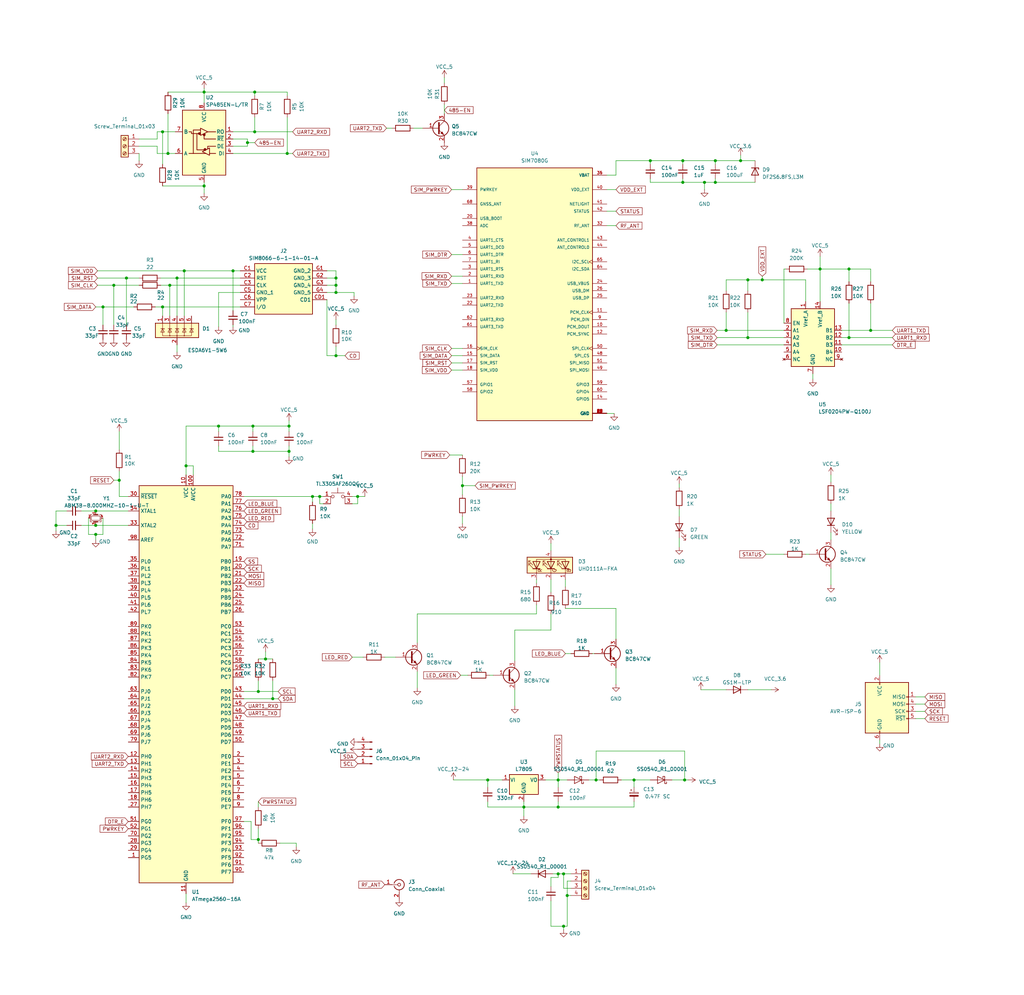
<source format=kicad_sch>
(kicad_sch (version 20230121) (generator eeschema)
  (paper "User" 359.994 350.012)
  (title_block (title "GSM Teknik - Modbus master") (date "2023-03-17") (company "GSM Teknik"))
  (junction (at 100.965 53.975))
  (junction (at 251.46 64.135))
  (junction (at 90.805 295.275))
  (junction (at 298.45 118.745))
  (junction (at 33.655 179.705))
  (junction (at 118.11 125.095))
  (junction (at 90.805 243.205))
  (junction (at 267.97 98.425))
  (junction (at 260.35 56.515))
  (junction (at 62.23 97.79))
  (junction (at 64.77 95.25))
  (junction (at 118.11 97.79))
  (junction (at 306.07 116.205))
  (junction (at 88.9 158.75))
  (junction (at 59.055 53.975))
  (junction (at 71.755 65.405))
  (junction (at 240.665 274.32))
  (junction (at 89.535 46.355))
  (junction (at 251.46 56.515))
  (junction (at 198.12 325.755))
  (junction (at 228.6 56.515))
  (junction (at 59.69 100.33))
  (junction (at 101.6 149.86))
  (junction (at 171.45 274.32))
  (junction (at 240.03 56.515))
  (junction (at 40.005 100.33))
  (junction (at 262.89 118.745))
  (junction (at 222.885 274.32))
  (junction (at 255.27 116.205))
  (junction (at 288.29 94.615))
  (junction (at 57.15 46.355))
  (junction (at 196.215 274.32))
  (junction (at 196.215 283.845))
  (junction (at 162.56 170.815))
  (junction (at 298.45 94.615))
  (junction (at 41.91 168.91))
  (junction (at 88.9 149.86))
  (junction (at 95.885 245.745))
  (junction (at 109.855 174.625))
  (junction (at 247.65 64.135))
  (junction (at 118.11 102.87))
  (junction (at 101.6 158.75))
  (junction (at 76.835 149.86))
  (junction (at 262.89 98.425))
  (junction (at 19.685 184.785))
  (junction (at 184.15 283.845))
  (junction (at 199.39 314.96))
  (junction (at 240.03 64.135))
  (junction (at 33.655 184.785))
  (junction (at 36.195 107.95))
  (junction (at 198.12 307.34))
  (junction (at 71.755 32.385))
  (junction (at 89.535 32.385))
  (junction (at 93.345 231.775))
  (junction (at 118.11 100.33))
  (junction (at 112.395 174.625))
  (junction (at 57.15 107.95))
  (junction (at 44.45 97.79))
  (junction (at 209.55 274.32))
  (junction (at 33.655 187.96))
  (junction (at 125.73 174.625))
  (junction (at 81.915 95.25))
  (junction (at 86.995 50.165))
  (junction (at 65.405 163.83))
  (junction (at 196.215 307.34))
  (wire (pts (xy 180.975 221.615) (xy 180.975 232.41)))
  (wire (pts (xy 33.655 184.785) (xy 45.085 184.785)))
  (wire (pts (xy 198.755 203.835) (xy 198.755 206.375)))
  (wire (pts (xy 90.805 295.275) (xy 90.805 296.545)))
  (wire (pts (xy 251.46 56.515) (xy 251.46 57.785)))
  (wire (pts (xy 171.45 283.845) (xy 184.15 283.845)))
  (wire (pts (xy 209.55 264.16) (xy 209.55 274.32)))
  (wire (pts (xy 40.005 168.91) (xy 41.91 168.91)))
  (wire (pts (xy 95.885 239.395) (xy 95.885 245.745)))
  (wire (pts (xy 255.27 116.205) (xy 275.59 116.205)))
  (wire (pts (xy 123.825 174.625) (xy 125.73 174.625)))
  (wire (pts (xy 171.45 281.94) (xy 171.45 283.845)))
  (wire (pts (xy 123.825 231.14) (xy 127.635 231.14)))
  (wire (pts (xy 85.725 288.925) (xy 88.265 288.925)))
  (wire (pts (xy 180.975 242.57) (xy 180.975 248.285)))
  (wire (pts (xy 19.685 179.705) (xy 19.685 184.785)))
  (wire (pts (xy 262.89 98.425) (xy 267.97 98.425)))
  (wire (pts (xy 34.29 97.79) (xy 44.45 97.79)))
  (wire (pts (xy 93.345 231.775) (xy 93.345 229.235)))
  (wire (pts (xy 240.03 62.865) (xy 240.03 64.135)))
  (wire (pts (xy 216.535 213.995) (xy 198.755 213.995)))
  (wire (pts (xy 101.6 149.86) (xy 88.9 149.86)))
  (wire (pts (xy 55.245 53.975) (xy 55.245 51.435)))
  (wire (pts (xy 283.21 106.045) (xy 283.21 98.425)))
  (wire (pts (xy 309.245 233.045) (xy 309.245 237.49)))
  (wire (pts (xy 114.935 95.25) (xy 118.11 95.25)))
  (wire (pts (xy 97.79 243.205) (xy 90.805 243.205)))
  (wire (pts (xy 180.34 307.34) (xy 186.69 307.34)))
  (wire (pts (xy 104.14 296.545) (xy 98.425 296.545)))
  (wire (pts (xy 188.595 205.105) (xy 188.595 203.835)))
  (wire (pts (xy 252.095 118.745) (xy 262.89 118.745)))
  (wire (pts (xy 238.76 170.18) (xy 238.76 171.45)))
  (wire (pts (xy 65.405 149.86) (xy 76.835 149.86)))
  (wire (pts (xy 158.115 160.02) (xy 162.56 160.02)))
  (wire (pts (xy 59.69 100.33) (xy 59.69 111.125)))
  (wire (pts (xy 33.655 179.705) (xy 45.085 179.705)))
  (wire (pts (xy 90.805 239.395) (xy 90.805 243.205)))
  (wire (pts (xy 81.915 48.895) (xy 86.995 48.895)))
  (wire (pts (xy 124.46 102.87) (xy 118.11 102.87)))
  (wire (pts (xy 283.845 94.615) (xy 288.29 94.615)))
  (wire (pts (xy 196.215 283.845) (xy 184.15 283.845)))
  (wire (pts (xy 240.665 274.32) (xy 240.665 264.16)))
  (wire (pts (xy 81.915 114.3) (xy 81.915 114.935)))
  (wire (pts (xy 196.215 283.845) (xy 222.885 283.845)))
  (wire (pts (xy 275.59 94.615) (xy 275.59 113.665)))
  (wire (pts (xy 216.535 61.595) (xy 216.535 56.515)))
  (wire (pts (xy 41.91 165.735) (xy 41.91 168.91)))
  (wire (pts (xy 222.885 274.32) (xy 222.885 276.86)))
  (wire (pts (xy 62.23 121.285) (xy 62.23 123.825)))
  (wire (pts (xy 76.835 102.87) (xy 76.835 114.935)))
  (wire (pts (xy 89.535 46.355) (xy 102.87 46.355)))
  (wire (pts (xy 57.15 65.405) (xy 71.755 65.405)))
  (wire (pts (xy 199.39 314.96) (xy 199.39 325.755)))
  (wire (pts (xy 28.575 184.785) (xy 33.655 184.785)))
  (wire (pts (xy 36.195 107.95) (xy 36.195 114.3)))
  (wire (pts (xy 100.965 41.275) (xy 100.965 53.975)))
  (wire (pts (xy 46.99 107.95) (xy 36.195 107.95)))
  (wire (pts (xy 40.005 100.33) (xy 48.895 100.33)))
  (wire (pts (xy 57.15 46.355) (xy 55.245 46.355)))
  (wire (pts (xy 321.945 252.73) (xy 325.12 252.73)))
  (wire (pts (xy 158.75 99.695) (xy 162.56 99.695)))
  (wire (pts (xy 269.24 194.945) (xy 275.59 194.945)))
  (wire (pts (xy 112.395 174.625) (xy 113.665 174.625)))
  (wire (pts (xy 162.56 170.815) (xy 162.56 173.99)))
  (wire (pts (xy 95.885 245.745) (xy 85.725 245.745)))
  (wire (pts (xy 236.22 274.32) (xy 240.665 274.32)))
  (wire (pts (xy 62.23 97.79) (xy 84.455 97.79)))
  (wire (pts (xy 196.215 274.32) (xy 196.215 276.86)))
  (wire (pts (xy 81.915 95.25) (xy 81.915 109.22)))
  (wire (pts (xy 171.45 274.32) (xy 171.45 276.86)))
  (wire (pts (xy 36.195 107.95) (xy 33.655 107.95)))
  (wire (pts (xy 198.12 325.755) (xy 198.12 327.025)))
  (wire (pts (xy 298.45 118.745) (xy 313.69 118.745)))
  (wire (pts (xy 193.675 203.835) (xy 193.675 208.28)))
  (wire (pts (xy 76.835 156.845) (xy 76.835 158.75)))
  (wire (pts (xy 222.885 274.32) (xy 228.6 274.32)))
  (wire (pts (xy 145.415 45.085) (xy 148.59 45.085)))
  (wire (pts (xy 104.14 297.815) (xy 104.14 296.545)))
  (wire (pts (xy 125.73 177.165) (xy 125.73 174.625)))
  (wire (pts (xy 156.21 36.83) (xy 156.21 40.005)))
  (wire (pts (xy 41.91 174.625) (xy 45.085 174.625)))
  (wire (pts (xy 216.535 234.95) (xy 216.535 240.665)))
  (wire (pts (xy 196.215 274.32) (xy 199.39 274.32)))
  (wire (pts (xy 216.535 74.295) (xy 213.36 74.295)))
  (wire (pts (xy 228.6 62.865) (xy 228.6 64.135)))
  (wire (pts (xy 86.995 50.165) (xy 86.995 51.435)))
  (wire (pts (xy 84.455 107.95) (xy 57.15 107.95)))
  (wire (pts (xy 114.935 100.33) (xy 118.11 100.33)))
  (wire (pts (xy 86.995 50.165) (xy 89.535 50.165)))
  (wire (pts (xy 62.23 111.125) (xy 62.23 97.79)))
  (wire (pts (xy 56.515 97.79) (xy 62.23 97.79)))
  (wire (pts (xy 216.535 61.595) (xy 213.36 61.595)))
  (wire (pts (xy 121.285 125.095) (xy 118.11 125.095)))
  (wire (pts (xy 251.46 64.135) (xy 265.43 64.135)))
  (wire (pts (xy 262.89 118.745) (xy 275.59 118.745)))
  (wire (pts (xy 216.535 79.375) (xy 213.36 79.375)))
  (wire (pts (xy 193.675 191.135) (xy 193.675 193.675)))
  (wire (pts (xy 114.935 97.79) (xy 118.11 97.79)))
  (wire (pts (xy 81.915 53.975) (xy 100.965 53.975)))
  (wire (pts (xy 55.245 51.435) (xy 48.895 51.435)))
  (wire (pts (xy 247.65 64.135) (xy 251.46 64.135)))
  (wire (pts (xy 101.6 158.75) (xy 101.6 160.655)))
  (wire (pts (xy 135.89 45.085) (xy 137.795 45.085)))
  (wire (pts (xy 292.1 187.325) (xy 292.1 189.865)))
  (wire (pts (xy 100.965 53.975) (xy 102.87 53.975)))
  (wire (pts (xy 88.265 295.275) (xy 88.265 288.925)))
  (wire (pts (xy 240.665 274.32) (xy 241.935 274.32)))
  (wire (pts (xy 199.39 325.755) (xy 198.12 325.755)))
  (wire (pts (xy 171.45 274.32) (xy 176.53 274.32)))
  (wire (pts (xy 76.835 158.75) (xy 88.9 158.75)))
  (wire (pts (xy 61.595 46.355) (xy 57.15 46.355)))
  (wire (pts (xy 118.11 121.92) (xy 118.11 125.095)))
  (wire (pts (xy 65.405 163.83) (xy 65.405 167.005)))
  (wire (pts (xy 88.9 158.75) (xy 101.6 158.75)))
  (wire (pts (xy 251.46 62.865) (xy 251.46 64.135)))
  (wire (pts (xy 112.395 177.165) (xy 112.395 174.625)))
  (wire (pts (xy 292.1 177.165) (xy 292.1 179.705)))
  (wire (pts (xy 298.45 94.615) (xy 288.29 94.615)))
  (wire (pts (xy 240.03 64.135) (xy 247.65 64.135)))
  (wire (pts (xy 95.885 231.775) (xy 93.345 231.775)))
  (wire (pts (xy 123.825 177.165) (xy 125.73 177.165)))
  (wire (pts (xy 71.755 31.115) (xy 71.755 32.385)))
  (wire (pts (xy 88.9 156.845) (xy 88.9 158.75)))
  (wire (pts (xy 198.12 307.34) (xy 198.12 312.42)))
  (wire (pts (xy 118.11 95.25) (xy 118.11 97.79)))
  (wire (pts (xy 158.75 89.535) (xy 162.56 89.535)))
  (wire (pts (xy 275.59 94.615) (xy 276.225 94.615)))
  (wire (pts (xy 196.215 307.34) (xy 198.12 307.34)))
  (wire (pts (xy 118.11 125.095) (xy 114.935 125.095)))
  (wire (pts (xy 41.91 168.91) (xy 41.91 174.625)))
  (wire (pts (xy 64.77 95.25) (xy 64.77 111.125)))
  (wire (pts (xy 306.07 99.06) (xy 306.07 94.615)))
  (wire (pts (xy 247.65 64.135) (xy 247.65 66.675)))
  (wire (pts (xy 36.195 187.96) (xy 33.655 187.96)))
  (wire (pts (xy 158.75 130.175) (xy 162.56 130.175)))
  (wire (pts (xy 252.095 116.205) (xy 255.27 116.205)))
  (wire (pts (xy 262.89 242.57) (xy 271.145 242.57)))
  (wire (pts (xy 146.685 236.22) (xy 146.685 241.935)))
  (wire (pts (xy 198.12 307.34) (xy 200.66 307.34)))
  (wire (pts (xy 208.28 229.87) (xy 208.915 229.87)))
  (wire (pts (xy 267.97 98.425) (xy 283.21 98.425)))
  (wire (pts (xy 81.915 51.435) (xy 86.995 51.435)))
  (wire (pts (xy 34.29 100.33) (xy 40.005 100.33)))
  (wire (pts (xy 199.39 309.88) (xy 200.66 309.88)))
  (wire (pts (xy 172.085 237.49) (xy 173.355 237.49)))
  (wire (pts (xy 222.885 281.94) (xy 222.885 283.845)))
  (wire (pts (xy 55.245 46.355) (xy 55.245 48.895)))
  (wire (pts (xy 65.405 149.86) (xy 65.405 163.83)))
  (wire (pts (xy 31.115 182.245) (xy 31.115 187.96)))
  (wire (pts (xy 19.685 184.785) (xy 19.685 186.69)))
  (wire (pts (xy 298.45 99.06) (xy 298.45 94.615)))
  (wire (pts (xy 251.46 56.515) (xy 260.35 56.515)))
  (wire (pts (xy 48.895 48.895) (xy 55.245 48.895)))
  (wire (pts (xy 76.835 149.86) (xy 88.9 149.86)))
  (wire (pts (xy 65.405 163.83) (xy 67.945 163.83)))
  (wire (pts (xy 135.255 231.14) (xy 139.065 231.14)))
  (wire (pts (xy 207.01 274.32) (xy 209.55 274.32)))
  (wire (pts (xy 31.115 187.96) (xy 33.655 187.96)))
  (wire (pts (xy 158.75 122.555) (xy 162.56 122.555)))
  (wire (pts (xy 198.755 229.87) (xy 200.66 229.87)))
  (wire (pts (xy 321.945 245.11) (xy 325.12 245.11)))
  (wire (pts (xy 71.755 32.385) (xy 89.535 32.385)))
  (wire (pts (xy 260.35 56.515) (xy 265.43 56.515)))
  (wire (pts (xy 288.29 94.615) (xy 288.29 106.045)))
  (wire (pts (xy 288.29 90.17) (xy 288.29 94.615)))
  (wire (pts (xy 61.595 53.975) (xy 59.055 53.975)))
  (wire (pts (xy 162.56 167.64) (xy 162.56 170.815)))
  (wire (pts (xy 33.655 187.96) (xy 33.655 189.865)))
  (wire (pts (xy 246.38 242.57) (xy 255.27 242.57)))
  (wire (pts (xy 158.75 97.155) (xy 162.56 97.155)))
  (wire (pts (xy 283.21 194.945) (xy 284.48 194.945)))
  (wire (pts (xy 184.15 283.845) (xy 184.15 287.02)))
  (wire (pts (xy 255.27 102.235) (xy 255.27 98.425)))
  (wire (pts (xy 306.07 106.68) (xy 306.07 116.205)))
  (wire (pts (xy 193.675 316.865) (xy 193.675 325.755)))
  (wire (pts (xy 321.945 250.19) (xy 325.12 250.19)))
  (wire (pts (xy 23.495 179.705) (xy 19.685 179.705)))
  (wire (pts (xy 255.27 98.425) (xy 262.89 98.425)))
  (wire (pts (xy 240.03 56.515) (xy 240.03 57.785)))
  (wire (pts (xy 23.495 184.785) (xy 19.685 184.785)))
  (wire (pts (xy 196.215 281.94) (xy 196.215 283.845)))
  (wire (pts (xy 118.11 97.79) (xy 118.11 100.33)))
  (wire (pts (xy 216.535 224.79) (xy 216.535 213.995)))
  (wire (pts (xy 194.31 307.34) (xy 196.215 307.34)))
  (wire (pts (xy 100.965 32.385) (xy 89.535 32.385)))
  (wire (pts (xy 252.095 121.285) (xy 275.59 121.285)))
  (wire (pts (xy 159.385 274.32) (xy 171.45 274.32)))
  (wire (pts (xy 118.11 100.33) (xy 118.11 102.87)))
  (wire (pts (xy 193.675 325.755) (xy 198.12 325.755)))
  (wire (pts (xy 200.66 314.96) (xy 199.39 314.96)))
  (wire (pts (xy 218.44 274.32) (xy 222.885 274.32)))
  (wire (pts (xy 216.535 56.515) (xy 228.6 56.515)))
  (wire (pts (xy 193.675 308.61) (xy 196.215 308.61)))
  (wire (pts (xy 193.675 215.9) (xy 193.675 221.615)))
  (wire (pts (xy 158.75 66.675) (xy 162.56 66.675)))
  (wire (pts (xy 114.935 102.87) (xy 118.11 102.87)))
  (wire (pts (xy 84.455 102.87) (xy 76.835 102.87)))
  (wire (pts (xy 48.895 53.975) (xy 48.895 56.515)))
  (wire (pts (xy 238.76 179.07) (xy 238.76 181.61)))
  (wire (pts (xy 57.15 107.95) (xy 57.15 111.125)))
  (wire (pts (xy 162.56 181.61) (xy 162.56 184.15)))
  (wire (pts (xy 180.975 221.615) (xy 193.675 221.615)))
  (wire (pts (xy 59.69 100.33) (xy 84.455 100.33)))
  (wire (pts (xy 101.6 149.86) (xy 101.6 151.765)))
  (wire (pts (xy 40.005 100.33) (xy 40.005 114.3)))
  (wire (pts (xy 90.805 243.205) (xy 85.725 243.205)))
  (wire (pts (xy 240.665 264.16) (xy 209.55 264.16)))
  (wire (pts (xy 109.855 184.15) (xy 109.855 186.055)))
  (wire (pts (xy 28.575 179.705) (xy 33.655 179.705)))
  (wire (pts (xy 71.755 65.405) (xy 71.755 67.945)))
  (wire (pts (xy 240.03 56.515) (xy 251.46 56.515)))
  (wire (pts (xy 88.9 149.86) (xy 88.9 151.765)))
  (wire (pts (xy 113.665 177.165) (xy 112.395 177.165)))
  (wire (pts (xy 158.75 125.095) (xy 162.56 125.095)))
  (wire (pts (xy 89.535 41.275) (xy 89.535 46.355)))
  (wire (pts (xy 193.675 311.785) (xy 193.675 308.61)))
  (wire (pts (xy 114.935 125.095) (xy 114.935 105.41)))
  (wire (pts (xy 262.89 98.425) (xy 262.89 102.235)))
  (wire (pts (xy 81.915 46.355) (xy 89.535 46.355)))
  (wire (pts (xy 298.45 106.68) (xy 298.45 118.745)))
  (wire (pts (xy 262.89 109.855) (xy 262.89 118.745)))
  (wire (pts (xy 109.855 174.625) (xy 109.855 176.53)))
  (wire (pts (xy 101.6 147.955) (xy 101.6 149.86)))
  (wire (pts (xy 124.46 102.87) (xy 124.46 104.14)))
  (wire (pts (xy 44.45 97.79) (xy 48.895 97.79)))
  (wire (pts (xy 109.855 174.625) (xy 112.395 174.625)))
  (wire (pts (xy 125.73 174.625) (xy 128.27 174.625)))
  (wire (pts (xy 76.835 149.86) (xy 76.835 151.765)))
  (wire (pts (xy 228.6 56.515) (xy 228.6 57.785)))
  (wire (pts (xy 67.945 163.83) (xy 67.945 167.005)))
  (wire (pts (xy 85.725 174.625) (xy 109.855 174.625)))
  (wire (pts (xy 64.77 95.25) (xy 81.915 95.25)))
  (wire (pts (xy 57.15 46.355) (xy 57.15 57.785)))
  (wire (pts (xy 90.805 281.94) (xy 90.805 283.845)))
  (wire (pts (xy 162.56 170.815) (xy 167.005 170.815)))
  (wire (pts (xy 228.6 64.135) (xy 240.03 64.135)))
  (wire (pts (xy 295.91 116.205) (xy 306.07 116.205)))
  (wire (pts (xy 285.75 131.445) (xy 285.75 133.35)))
  (wire (pts (xy 89.535 32.385) (xy 89.535 33.655)))
  (wire (pts (xy 260.35 54.61) (xy 260.35 56.515)))
  (wire (pts (xy 306.07 94.615) (xy 298.45 94.615)))
  (wire (pts (xy 71.755 32.385) (xy 71.755 36.195)))
  (wire (pts (xy 295.91 118.745) (xy 298.45 118.745)))
  (wire (pts (xy 158.75 127.635) (xy 162.56 127.635)))
  (wire (pts (xy 146.685 215.9) (xy 146.685 226.06)))
  (wire (pts (xy 161.925 237.49) (xy 164.465 237.49)))
  (wire (pts (xy 44.45 97.79) (xy 44.45 114.3)))
  (wire (pts (xy 146.685 215.9) (xy 188.595 215.9)))
  (wire (pts (xy 198.12 312.42) (xy 200.66 312.42)))
  (wire (pts (xy 118.11 112.395) (xy 118.11 114.3)))
  (wire (pts (xy 59.055 40.005) (xy 59.055 53.975)))
  (wire (pts (xy 267.97 97.155) (xy 267.97 98.425)))
  (wire (pts (xy 228.6 56.515) (xy 240.03 56.515)))
  (wire (pts (xy 216.535 66.675) (xy 213.36 66.675)))
  (wire (pts (xy 209.55 274.32) (xy 210.82 274.32)))
  (wire (pts (xy 196.215 271.78) (xy 196.215 274.32)))
  (wire (pts (xy 100.965 33.655) (xy 100.965 32.385)))
  (wire (pts (xy 215.9 145.415) (xy 213.36 145.415)))
  (wire (pts (xy 101.6 156.845) (xy 101.6 158.75)))
  (wire (pts (xy 57.15 107.95) (xy 54.61 107.95)))
  (wire (pts (xy 292.1 200.025) (xy 292.1 205.74)))
  (wire (pts (xy 196.215 308.61) (xy 196.215 307.34)))
  (wire (pts (xy 188.595 212.725) (xy 188.595 215.9)))
  (wire (pts (xy 65.405 314.325) (xy 65.405 317.5)))
  (wire (pts (xy 184.15 281.94) (xy 184.15 283.845)))
  (wire (pts (xy 41.91 151.765) (xy 41.91 158.115)))
  (wire (pts (xy 306.07 116.205) (xy 313.69 116.205)))
  (wire (pts (xy 238.76 189.23) (xy 238.76 192.405)))
  (wire (pts (xy 295.91 121.285) (xy 313.69 121.285)))
  (wire (pts (xy 156.21 27.305) (xy 156.21 29.21)))
  (wire (pts (xy 90.805 291.465) (xy 90.805 295.275)))
  (wire (pts (xy 255.27 109.855) (xy 255.27 116.205)))
  (wire (pts (xy 71.755 64.135) (xy 71.755 65.405)))
  (wire (pts (xy 59.055 53.975) (xy 55.245 53.975)))
  (wire (pts (xy 90.805 231.775) (xy 93.345 231.775)))
  (wire (pts (xy 321.945 247.65) (xy 325.12 247.65)))
  (wire (pts (xy 36.195 182.245) (xy 36.195 187.96)))
  (wire (pts (xy 191.77 274.32) (xy 196.215 274.32)))
  (wire (pts (xy 86.995 48.895) (xy 86.995 50.165)))
  (wire (pts (xy 199.39 314.96) (xy 199.39 309.88)))
  (wire (pts (xy 97.79 245.745) (xy 95.885 245.745)))
  (wire (pts (xy 56.515 100.33) (xy 59.69 100.33)))
  (wire (pts (xy 90.805 295.275) (xy 88.265 295.275)))
  (wire (pts (xy 59.055 32.385) (xy 71.755 32.385)))
  (wire (pts (xy 292.1 167.005) (xy 292.1 169.545)))
  (wire (pts (xy 34.29 95.25) (xy 64.77 95.25)))
  (wire (pts (xy 309.245 260.35) (xy 309.245 261.62)))
  (wire (pts (xy 81.915 95.25) (xy 84.455 95.25)))
  (global_label "SIM_VDD" (shape input) (at 34.29 95.25 180) (property "Intersheetrefs" "${INTERSHEET_REFS}" (effects hide)))
  (global_label "MISO" (shape input) (at 325.12 245.11 0) (property "Intersheetrefs" "${INTERSHEET_REFS}" (effects hide)))
  (global_label "UART1_RXD" (shape input) (at 85.725 248.285 0) (property "Intersheetrefs" "${INTERSHEET_REFS}" (effects hide)))
  (global_label "LED_GREEN" (shape input) (at 85.725 179.705 0) (property "Intersheetrefs" "${INTERSHEET_REFS}" (effects hide)))
  (global_label "SDA" (shape input) (at 125.73 266.065 180) (property "Intersheetrefs" "${INTERSHEET_REFS}" (effects hide)))
  (global_label "PWRSTATUS" (shape input) (at 90.805 281.94 0) (property "Intersheetrefs" "${INTERSHEET_REFS}" (effects hide)))
  (global_label "UART2_TXD" (shape input) (at 102.87 53.975 0) (property "Intersheetrefs" "${INTERSHEET_REFS}" (effects hide)))
  (global_label "PWRKEY" (shape input) (at 45.085 291.465 180) (property "Intersheetrefs" "${INTERSHEET_REFS}" (effects hide)))
  (global_label "SIM_RST" (shape input) (at 34.29 97.79 180) (property "Intersheetrefs" "${INTERSHEET_REFS}" (effects hide)))
  (global_label "RESET" (shape input) (at 325.12 252.73 0) (property "Intersheetrefs" "${INTERSHEET_REFS}" (effects hide)))
  (global_label "UART2_RXD" (shape input) (at 45.085 266.065 180) (property "Intersheetrefs" "${INTERSHEET_REFS}" (effects hide)))
  (global_label "LED_BLUE" (shape input) (at 85.725 177.165 0) (property "Intersheetrefs" "${INTERSHEET_REFS}" (effects hide)))
  (global_label "SIM_VDD" (shape input) (at 158.75 130.175 180) (property "Intersheetrefs" "${INTERSHEET_REFS}" (effects hide)))
  (global_label "SIM_CLK" (shape input) (at 34.29 100.33 180) (property "Intersheetrefs" "${INTERSHEET_REFS}" (effects hide)))
  (global_label "LED_BLUE" (shape input) (at 198.755 229.87 180) (property "Intersheetrefs" "${INTERSHEET_REFS}" (effects hide)))
  (global_label "DTR_E" (shape input) (at 313.69 121.285 0) (property "Intersheetrefs" "${INTERSHEET_REFS}" (effects hide)))
  (global_label "PWRSTATUS" (shape input) (at 196.215 271.78 90) (property "Intersheetrefs" "${INTERSHEET_REFS}" (effects hide)))
  (global_label "UART1_TXD" (shape input) (at 313.69 116.205 0) (property "Intersheetrefs" "${INTERSHEET_REFS}" (effects hide)))
  (global_label "SIM_TXD" (shape input) (at 158.75 99.695 180) (property "Intersheetrefs" "${INTERSHEET_REFS}" (effects hide)))
  (global_label "CD" (shape input) (at 121.285 125.095 0) (property "Intersheetrefs" "${INTERSHEET_REFS}" (effects hide)))
  (global_label "STATUS" (shape input) (at 216.535 74.295 0) (property "Intersheetrefs" "${INTERSHEET_REFS}" (effects hide)))
  (global_label "RF_ANT" (shape input) (at 135.255 311.15 180) (property "Intersheetrefs" "${INTERSHEET_REFS}" (effects hide)))
  (global_label "LED_RED" (shape input) (at 85.725 182.245 0) (property "Intersheetrefs" "${INTERSHEET_REFS}" (effects hide)))
  (global_label "UART1_TXD" (shape input) (at 85.725 250.825 0) (property "Intersheetrefs" "${INTERSHEET_REFS}" (effects hide)))
  (global_label "CD" (shape input) (at 85.725 184.785 0) (property "Intersheetrefs" "${INTERSHEET_REFS}" (effects hide)))
  (global_label "VDD_EXT" (shape input) (at 267.97 97.155 90) (property "Intersheetrefs" "${INTERSHEET_REFS}" (effects hide)))
  (global_label "SIM_RST" (shape input) (at 158.75 127.635 180) (property "Intersheetrefs" "${INTERSHEET_REFS}" (effects hide)))
  (global_label "SCL" (shape input) (at 125.73 268.605 180) (property "Intersheetrefs" "${INTERSHEET_REFS}" (effects hide)))
  (global_label "SDA" (shape input) (at 97.79 245.745 0) (property "Intersheetrefs" "${INTERSHEET_REFS}" (effects hide)))
  (global_label "UART2_RXD" (shape input) (at 102.87 46.355 0) (property "Intersheetrefs" "${INTERSHEET_REFS}" (effects hide)))
  (global_label "SIM_PWRKEY" (shape input) (at 158.75 66.675 180) (property "Intersheetrefs" "${INTERSHEET_REFS}" (effects hide)))
  (global_label "DTR_E" (shape input) (at 45.085 288.925 180) (property "Intersheetrefs" "${INTERSHEET_REFS}" (effects hide)))
  (global_label "MOSI" (shape input) (at 325.12 247.65 0) (property "Intersheetrefs" "${INTERSHEET_REFS}" (effects hide)))
  (global_label "485-EN" (shape input) (at 89.535 50.165 0) (property "Intersheetrefs" "${INTERSHEET_REFS}" (effects hide)))
  (global_label "SIM_RXD" (shape input) (at 158.75 97.155 180) (property "Intersheetrefs" "${INTERSHEET_REFS}" (effects hide)))
  (global_label "485-EN" (shape input) (at 156.21 38.735 0) (property "Intersheetrefs" "${INTERSHEET_REFS}" (effects hide)))
  (global_label "SIM_DATA" (shape input) (at 158.75 125.095 180) (property "Intersheetrefs" "${INTERSHEET_REFS}" (effects hide)))
  (global_label "UART2_TXD" (shape input) (at 135.89 45.085 180) (property "Intersheetrefs" "${INTERSHEET_REFS}" (effects hide)))
  (global_label "MOSI" (shape input) (at 85.725 202.565 0) (property "Intersheetrefs" "${INTERSHEET_REFS}" (effects hide)))
  (global_label "UART1_RXD" (shape input) (at 313.69 118.745 0) (property "Intersheetrefs" "${INTERSHEET_REFS}" (effects hide)))
  (global_label "VDD_EXT" (shape input) (at 216.535 66.675 0) (property "Intersheetrefs" "${INTERSHEET_REFS}" (effects hide)))
  (global_label "SIM_RXD" (shape input) (at 252.095 116.205 180) (property "Intersheetrefs" "${INTERSHEET_REFS}" (effects hide)))
  (global_label "SCK" (shape input) (at 325.12 250.19 0) (property "Intersheetrefs" "${INTERSHEET_REFS}" (effects hide)))
  (global_label "SIM_TXD" (shape input) (at 252.095 118.745 180) (property "Intersheetrefs" "${INTERSHEET_REFS}" (effects hide)))
  (global_label "UART2_TXD" (shape input) (at 45.085 268.605 180) (property "Intersheetrefs" "${INTERSHEET_REFS}" (effects hide)))
  (global_label "SS" (shape input) (at 85.725 197.485 0) (property "Intersheetrefs" "${INTERSHEET_REFS}" (effects hide)))
  (global_label "RF_ANT" (shape input) (at 216.535 79.375 0) (property "Intersheetrefs" "${INTERSHEET_REFS}" (effects hide)))
  (global_label "RESET" (shape input) (at 40.005 168.91 180) (property "Intersheetrefs" "${INTERSHEET_REFS}" (effects hide)))
  (global_label "MISO" (shape input) (at 85.725 205.105 0) (property "Intersheetrefs" "${INTERSHEET_REFS}" (effects hide)))
  (global_label "SIM_CLK" (shape input) (at 158.75 122.555 180) (property "Intersheetrefs" "${INTERSHEET_REFS}" (effects hide)))
  (global_label "SCK" (shape input) (at 85.725 200.025 0) (property "Intersheetrefs" "${INTERSHEET_REFS}" (effects hide)))
  (global_label "STATUS" (shape input) (at 269.24 194.945 180) (property "Intersheetrefs" "${INTERSHEET_REFS}" (effects hide)))
  (global_label "SIM_PWRKEY" (shape input) (at 167.005 170.815 0) (property "Intersheetrefs" "${INTERSHEET_REFS}" (effects hide)))
  (global_label "LED_RED" (shape input) (at 123.825 231.14 180) (property "Intersheetrefs" "${INTERSHEET_REFS}" (effects hide)))
  (global_label "LED_GREEN" (shape input) (at 161.925 237.49 180) (property "Intersheetrefs" "${INTERSHEET_REFS}" (effects hide)))
  (global_label "SCL" (shape input) (at 97.79 243.205 0) (property "Intersheetrefs" "${INTERSHEET_REFS}" (effects hide)))
  (global_label "SIM_DATA" (shape input) (at 33.655 107.95 180) (property "Intersheetrefs" "${INTERSHEET_REFS}" (effects hide)))
  (global_label "SIM_DTR" (shape input) (at 158.75 89.535 180) (property "Intersheetrefs" "${INTERSHEET_REFS}" (effects hide)))
  (global_label "SIM_DTR" (shape input) (at 252.095 121.285 180) (property "Intersheetrefs" "${INTERSHEET_REFS}" (effects hide)))
  (global_label "PWRKEY" (shape input) (at 158.115 160.02 180) (property "Intersheetrefs" "${INTERSHEET_REFS}" (effects hide)))
  (symbol (lib_id "Device:R") (at 59.055 36.195 0) (mirror x) (unit 1)
    (property "Reference" "R29" (at 61.595 36.195 90))
    (property "Value" "10K" (at 64.135 36.195 90))
    (property "Footprint" "Resistor_SMD:R_0402_1005Metric" (effects hide))
    (property "Datasheet" "https://www.mouser.dk/datasheet/2/447/PYu_RC_Group_51_RoHS_L_11-1984063.pdf" (effects hide))
    (property "Manufacturer_Name" "YAGEO" (effects hide))
    (property "Manufacturer_Part_Number" "RC0402FR-7W10KL" (effects hide))
    (property "Mouser Price/Stock" "0,001" (effects hide))
  )
  (symbol (lib_id "Diode:PMEG1020EH") (at 232.41 274.32 180) (unit 1)
    (property "Reference" "D6" (at 232.7275 267.97 0))
    (property "Value" "SS0540_R1_00001" (at 232.7275 270.51 0))
    (property "Footprint" "Diode_SMD:D_SOD-123" (effects hide))
    (property "Datasheet" "https://www.mouser.dk/datasheet/2/1057/SS0520_SERIES-1877120.pdf" (effects hide))
    (property "Manufacturer_Name" "Panjit" (effects hide))
    (property "Manufacturer_Part_Number" "SS0540_R1_00001" (effects hide))
    (property "Mouser Price/Stock" "0,254" (effects hide))
  )
  (symbol (lib_id "Device:R") (at 95.885 235.585 0) (mirror y) (unit 1)
    (property "Reference" "R32" (at 93.345 234.3149 0) (effects (justify left)))
    (property "Value" "10K" (at 93.345 236.8549 0) (effects (justify left)))
    (property "Footprint" "Resistor_SMD:R_0402_1005Metric" (effects hide))
    (property "Datasheet" "https://www.mouser.dk/datasheet/2/447/PYu_RC_Group_51_RoHS_L_11-1984063.pdf" (effects hide))
    (property "Manufacturer_Name" "YAGEO" (effects hide))
    (property "Manufacturer_Part_Number" "RC0402FR-7W10KL" (effects hide))
    (property "Mouser Price/Stock" "0,001" (effects hide))
  )
  (symbol (lib_id "Device:C_Small") (at 196.215 279.4 0) (unit 1)
    (property "Reference" "C12" (at 200.025 278.13 0) (effects (justify left)))
    (property "Value" "100nF" (at 200.025 280.67 0) (effects (justify left)))
    (property "Footprint" "Capacitor_SMD:C_0402_1005Metric" (effects hide))
    (property "Datasheet" "https://product.tdk.com/system/files/dam/doc/product/capacitor/ceramic/mlcc/catalog/mlcc_commercial_general_en.pdf" (effects hide))
    (property "Manufacturer_Name" "TDK" (effects hide))
    (property "Manufacturer_Part_Number" "C1005X7R1C104K050BC" (effects hide))
    (property "Mouser Price/Stock" "0,094" (effects hide))
  )
  (symbol (lib_id "power:GND") (at 162.56 184.15 0) (unit 1)
    (property "Reference" "#PWR025" (effects hide))
    (property "Value" "GND" (at 162.56 188.595 0))
  )
  (symbol (lib_id "Connector:Conn_Coaxial") (at 140.335 311.15 0) (unit 1)
    (property "Reference" "J3" (at 143.51 310.1731 0) (effects (justify left)))
    (property "Value" "Conn_Coaxial" (at 143.51 312.7131 0) (effects (justify left)))
    (property "Footprint" "Connector_Coaxial:U.FL_Hirose_U.FL-R-SMT-1_Vertical" (effects hide))
    (property "Datasheet" "https://www.mouser.dk/datasheet/2/185/HIROS08829_1-2549389.pdf" (effects hide))
    (property "Manufacturer_Name" "Hirose Connector" (effects hide))
    (property "Manufacturer_Part_Number" "U.FL-R-SMT-1(10)" (effects hide))
    (property "Mouser Price/Stock" "1,18" (effects hide))
  )
  (symbol (lib_id "power:GND") (at 62.23 123.825 0) (unit 1)
    (property "Reference" "#PWR08" (effects hide))
    (property "Value" "GND" (at 62.23 128.905 0))
  )
  (symbol (lib_id "Transistor_BJT:BC847W") (at 213.995 229.87 0) (unit 1)
    (property "Reference" "Q3" (at 219.71 229.235 0) (effects (justify left)))
    (property "Value" "BC847CW" (at 219.71 231.775 0) (effects (justify left)))
    (property "Footprint" "Package_TO_SOT_SMD:SOT-323_SC-70" (effects hide))
    (property "Datasheet" "https://www.mouser.dk/datasheet/2/916/BC847XW_SER-3081653.pdf" (effects hide))
    (property "Manufacturer_Name" "Nexperia" (effects hide))
    (property "Manufacturer_Part_Number" "BC847CW,115" (effects hide))
    (property "Mouser Price/Stock" "0,16" (effects hide))
  )
  (symbol (lib_id "power:GND") (at 44.45 119.38 0) (unit 1)
    (property "Reference" "#PWR06" (effects hide))
    (property "Value" "GND" (at 44.45 124.46 0))
  )
  (symbol (lib_id "Device:R") (at 204.47 229.87 90) (unit 1)
    (property "Reference" "R18" (at 204.47 225.425 90))
    (property "Value" "1K" (at 204.47 227.965 90))
    (property "Footprint" "Resistor_SMD:R_0402_1005Metric" (effects hide))
    (property "Datasheet" "https://www.mouser.dk/datasheet/2/1365/1-3044649.pdf" (effects hide))
    (property "Manufacturer_Name" "Royalohm" (effects hide))
    (property "Manufacturer_Part_Number" "0402WGF1001TCE" (effects hide))
    (property "Mouser Price/Stock" "0,001" (effects hide))
  )
  (symbol (lib_id "Device:C_Small") (at 101.6 154.305 0) (unit 1)
    (property "Reference" "C9" (at 104.14 153.0412 0) (effects (justify left)))
    (property "Value" "100nF" (at 104.14 155.5812 0) (effects (justify left)))
    (property "Footprint" "Capacitor_SMD:C_0402_1005Metric" (effects hide))
    (property "Datasheet" "https://product.tdk.com/system/files/dam/doc/product/capacitor/ceramic/mlcc/catalog/mlcc_commercial_general_en.pdf" (effects hide))
    (property "Manufacturer_Name" "TDK" (effects hide))
    (property "Manufacturer_Part_Number" "C1005X7R1C104K050BC" (effects hide))
    (property "Mouser Price/Stock" "0,094" (effects hide))
  )
  (symbol (lib_id "power:GND") (at 36.195 119.38 0) (unit 1)
    (property "Reference" "#PWR03" (effects hide))
    (property "Value" "GND" (at 36.195 124.46 0))
  )
  (symbol (lib_id "Device:LED_BGRA") (at 193.675 198.755 90) (unit 1)
    (property "Reference" "D3" (at 203.2 197.4849 90) (effects (justify right)))
    (property "Value" "UHD111A-FKA" (at 203.2 200.0249 90) (effects (justify right)))
    (property "Footprint" "LED_SMD_RGB:LED_RGB_1_1_mm" (effects hide))
    (property "Datasheet" "https://www.mouser.dk/datasheet/2/723/CREE_9_23_2022_HB_UHD111A_FKA-3043931.pdf" (effects hide))
    (property "Manufacturer_Name" "Cree LED" (effects hide))
    (property "Manufacturer_Part_Number" "UHD111A-FKA-C3K23E1L3VG5ZB3Z3" (effects hide))
    (property "Mouser Price/Stock" "0,094" (effects hide))
  )
  (symbol (lib_name "VCC_2") (lib_id "power:VCC") (at 101.6 147.955 0) (unit 1)
    (property "Reference" "#PWR015" (effects hide))
    (property "Value" "+5V" (at 101.6 144.145 0))
  )
  (symbol (lib_id "Connector:AVR-ISP-6") (at 311.785 250.19 0) (unit 1)
    (property "Reference" "J5" (at 302.895 247.6499 0) (effects (justify right)))
    (property "Value" "AVR-ISP-6" (at 302.895 250.1899 0) (effects (justify right)))
    (property "Footprint" "Connector_PinHeader_2.54mm:PinHeader_2x03_P2.54mm_Vertical" (effects hide))
    (property "Datasheet" "https://cdn.amphenol-cs.com/media/wysiwyg/files/documentation/datasheet/boardwiretoboard/bwb_bergstik.pdf" (effects hide))
    (property "Manufacturer_Name" "Amphenol FCI" (effects hide))
    (property "Manufacturer_Part_Number" "54102-T06-00" (effects hide))
    (property "Mouser Price/Stock" "0,094" (effects hide))
  )
  (symbol (lib_id "power:GND") (at 140.335 316.23 0) (unit 1)
    (property "Reference" "#PWR022" (effects hide))
    (property "Value" "GND" (at 140.335 321.31 0))
  )
  (symbol (lib_id "Device:R") (at 90.805 287.655 0) (mirror x) (unit 1)
    (property "Reference" "R6" (at 93.345 287.655 90))
    (property "Value" "10K" (at 95.885 287.655 90))
    (property "Footprint" "Resistor_SMD:R_0402_1005Metric" (effects hide))
    (property "Datasheet" "https://www.mouser.dk/datasheet/2/447/PYu_RC_Group_51_RoHS_L_11-1984063.pdf" (effects hide))
    (property "Manufacturer_Name" "YAGEO" (effects hide))
    (property "Manufacturer_Part_Number" "RC0402FR-7W10KL" (effects hide))
    (property "Mouser Price/Stock" "0,001" (effects hide))
  )
  (symbol (lib_id "Interface_UART:MAX485E") (at 71.755 48.895 0) (mirror y) (unit 1)
    (property "Reference" "U2" (at 72.3391 34.29 0) (effects (justify right)))
    (property "Value" "SP485EN-L/TR" (at 72.3391 36.83 0) (effects (justify right)))
    (property "Footprint" "Package_SO:SOIC-8_3.9x4.9mm_P1.27mm" (effects hide))
    (property "Datasheet" "https://www.mouser.dk/datasheet/2/146/sp483-sp485-1816424.pdf" (effects hide))
    (property "Manufacturer_Name" "MaxLinear" (effects hide))
    (property "Manufacturer_Part_Number" "SP485EN-L/TR" (effects hide))
    (property "Mouser Price/Stock" "0,968" (effects hide))
  )
  (symbol (lib_id "power:GND") (at 71.755 67.945 0) (mirror y) (unit 1)
    (property "Reference" "#PWR011" (effects hide))
    (property "Value" "GND" (at 71.755 73.025 0))
  )
  (symbol (lib_id "power:GND") (at 180.975 248.285 0) (unit 1)
    (property "Reference" "#PWR027" (effects hide))
    (property "Value" "GND" (at 180.975 253.365 0))
  )
  (symbol (lib_name "VCC_2") (lib_id "power:VCC") (at 71.755 31.115 0) (unit 1)
    (property "Reference" "#PWR010" (effects hide))
    (property "Value" "+5V" (at 71.755 27.305 0))
  )
  (symbol (lib_id "power:GND") (at 48.895 56.515 0) (mirror y) (unit 1)
    (property "Reference" "#PWR07" (effects hide))
    (property "Value" "GND" (at 48.895 61.595 0))
  )
  (symbol (lib_id "Device:C_Small") (at 171.45 279.4 0) (unit 1)
    (property "Reference" "C10" (at 174.625 278.1362 0) (effects (justify left)))
    (property "Value" "330nF" (at 174.625 280.6762 0) (effects (justify left)))
    (property "Footprint" "Capacitor_SMD:C_0805_2012Metric" (effects hide))
    (property "Datasheet" "https://www.mouser.dk/datasheet/2/585/MLCC-1837944.pdf" (effects hide))
    (property "Manufacturer_Name" "Samsung Electro-Mechanics" (effects hide))
    (property "Manufacturer_Part_Number" "CL21B334KBFNNNG" (effects hide))
    (property "Mouser Price/Stock" "0,094" (effects hide))
  )
  (symbol (lib_id "Device:R") (at 280.035 94.615 90) (mirror x) (unit 1)
    (property "Reference" "R24" (at 280.035 88.265 90))
    (property "Value" "200K" (at 280.035 90.805 90))
    (property "Footprint" "Resistor_SMD:R_0402_1005Metric" (effects hide))
    (property "Datasheet" "https://www.mouser.dk/datasheet/2/1365/1-3044649.pdf" (effects hide))
    (property "Manufacturer_Name" "Royalohm" (effects hide))
    (property "Manufacturer_Part_Number" "0402WGF2003TCE" (effects hide))
    (property "Mouser Price/Stock" "0,004" (effects hide))
  )
  (symbol (lib_name "VCC_2") (lib_id "power:VCC") (at 118.11 112.395 0) (unit 1)
    (property "Reference" "#PWR019" (effects hide))
    (property "Value" "+5V" (at 118.11 108.585 0))
  )
  (symbol (lib_id "Device:R") (at 118.11 118.11 0) (unit 1)
    (property "Reference" "R10" (at 119.888 116.9416 0) (effects (justify left)))
    (property "Value" "10K" (at 119.888 119.253 0) (effects (justify left)))
    (property "Footprint" "Resistor_SMD:R_0402_1005Metric" (effects hide))
    (property "Datasheet" "https://www.mouser.dk/datasheet/2/447/PYu_RC_Group_51_RoHS_L_11-1984063.pdf" (effects hide))
    (property "Manufacturer_Name" "YAGEO" (effects hide))
    (property "Manufacturer_Part_Number" "RC0402FR-7W10KL" (effects hide))
    (property "Mouser Price/Stock" "0,001" (effects hide))
  )
  (symbol (lib_id "power:GND") (at 33.655 189.865 0) (unit 1)
    (property "Reference" "#PWR02" (effects hide))
    (property "Value" "GND" (at 36.83 190.5 0))
  )
  (symbol (lib_name "VCC_2") (lib_id "power:VCC") (at 193.675 191.135 0) (unit 1)
    (property "Reference" "#PWR029" (effects hide))
    (property "Value" "+5V" (at 193.675 187.325 0))
  )
  (symbol (lib_id "Device:R") (at 255.27 106.045 0) (mirror y) (unit 1)
    (property "Reference" "R21" (at 252.73 104.7749 0) (effects (justify left)))
    (property "Value" "10K" (at 252.73 107.3149 0) (effects (justify left)))
    (property "Footprint" "Resistor_SMD:R_0402_1005Metric" (effects hide))
    (property "Datasheet" "https://www.mouser.dk/datasheet/2/447/PYu_RC_Group_51_RoHS_L_11-1984063.pdf" (effects hide))
    (property "Manufacturer_Name" "YAGEO" (effects hide))
    (property "Manufacturer_Part_Number" "RC0402FR-7W10KL" (effects hide))
    (property "Mouser Price/Stock" "0,001" (effects hide))
  )
  (symbol (lib_id "power:VCC") (at 271.145 242.57 270) (unit 1)
    (property "Reference" "#PWR039" (effects hide))
    (property "Value" "+3.6V" (at 268.605 238.76 90) (effects (justify left)))
  )
  (symbol (lib_id "power:GND") (at 198.12 327.025 0) (unit 1)
    (property "Reference" "#PWR030" (effects hide))
    (property "Value" "GND" (at 200.025 328.2949 0) (effects (justify left)))
  )
  (symbol (lib_id "power:GND") (at 215.9 145.415 0) (unit 1)
    (property "Reference" "#PWR031" (effects hide))
    (property "Value" "GND" (at 215.9 150.495 0))
  )
  (symbol (lib_id "power:GND") (at 124.46 104.14 0) (unit 1)
    (property "Reference" "#PWR020" (effects hide))
    (property "Value" "GND" (at 124.46 109.22 0))
  )
  (symbol (lib_id "Device:R") (at 156.21 33.02 0) (mirror y) (unit 1)
    (property "Reference" "R31" (at 153.67 33.02 90))
    (property "Value" "10K" (at 151.13 33.02 90))
    (property "Footprint" "Resistor_SMD:R_0402_1005Metric" (effects hide))
    (property "Datasheet" "https://www.mouser.dk/datasheet/2/447/PYu_RC_Group_51_RoHS_L_11-1984063.pdf" (effects hide))
    (property "Manufacturer_Name" "YAGEO" (effects hide))
    (property "Manufacturer_Part_Number" "RC0402FR-7W10KL" (effects hide))
    (property "Mouser Price/Stock" "0,001" (effects hide))
  )
  (symbol (lib_id "Transistor_BJT:BC847W") (at 178.435 237.49 0) (unit 1)
    (property "Reference" "Q2" (at 184.15 236.855 0) (effects (justify left)))
    (property "Value" "BC847CW" (at 184.15 239.395 0) (effects (justify left)))
    (property "Footprint" "Package_TO_SOT_SMD:SOT-323_SC-70" (effects hide))
    (property "Datasheet" "https://www.mouser.dk/datasheet/2/916/BC847XW_SER-3081653.pdf" (effects hide))
    (property "Manufacturer_Name" "Nexperia" (effects hide))
    (property "Manufacturer_Part_Number" "BC847CW,115" (effects hide))
    (property "Mouser Price/Stock" "0,16" (effects hide))
  )
  (symbol (lib_id "Device:R") (at 52.705 97.79 270) (unit 1)
    (property "Reference" "R3" (at 52.705 91.44 90))
    (property "Value" "22" (at 52.705 93.98 90))
    (property "Footprint" "Resistor_SMD:R_0402_1005Metric" (effects hide))
    (property "Datasheet" "https://www.mouser.dk/datasheet/2/1365/1-3044649.pdf" (effects hide))
    (property "Manufacturer_Name" "Royalohm" (effects hide))
    (property "Manufacturer_Part_Number" "0402WGF220JTCE" (effects hide))
    (property "Mouser Price/Stock" "0,004" (effects hide))
  )
  (symbol (lib_id "Diode:PMEG1020EH") (at 203.2 274.32 180) (unit 1)
    (property "Reference" "D5" (at 203.5175 267.97 0))
    (property "Value" "SS0540_R1_00001" (at 203.5175 270.51 0))
    (property "Footprint" "Diode_SMD:D_SOD-123" (effects hide))
    (property "Datasheet" "https://www.mouser.dk/datasheet/2/1057/SS0520_SERIES-1877120.pdf" (effects hide))
    (property "Manufacturer_Name" "Panjit" (effects hide))
    (property "Manufacturer_Part_Number" "SS0540_R1_00001" (effects hide))
    (property "Mouser Price/Stock" "0,254" (effects hide))
  )
  (symbol (lib_id "power:GND") (at 65.405 317.5 0) (mirror y) (unit 1)
    (property "Reference" "#PWR09" (effects hide))
    (property "Value" "GND" (at 65.405 322.58 0))
  )
  (symbol (lib_id "Device:R") (at 168.275 237.49 90) (unit 1)
    (property "Reference" "R14" (at 168.275 233.045 90))
    (property "Value" "1K" (at 168.275 235.585 90))
    (property "Footprint" "Resistor_SMD:R_0402_1005Metric" (effects hide))
    (property "Datasheet" "https://www.mouser.dk/datasheet/2/1365/1-3044649.pdf" (effects hide))
    (property "Manufacturer_Name" "Royalohm" (effects hide))
    (property "Manufacturer_Part_Number" "0402WGF1001TCE" (effects hide))
    (property "Mouser Price/Stock" "0,001" (effects hide))
  )
  (symbol (lib_id "Device:R") (at 109.855 180.34 0) (unit 1)
    (property "Reference" "R9" (at 112.395 179.0699 0) (effects (justify left)))
    (property "Value" "10K" (at 112.395 181.6099 0) (effects (justify left)))
    (property "Footprint" "Resistor_SMD:R_0402_1005Metric" (effects hide))
    (property "Datasheet" "https://www.mouser.dk/datasheet/2/447/PYu_RC_Group_51_RoHS_L_11-1984063.pdf" (effects hide))
    (property "Manufacturer_Name" "YAGEO" (effects hide))
    (property "Manufacturer_Part_Number" "RC0402FR-7W10KL" (effects hide))
    (property "Mouser Price/Stock" "0,001" (effects hide))
  )
  (symbol (lib_name "VCC_2") (lib_id "power:VCC") (at 246.38 242.57 0) (unit 1)
    (property "Reference" "#PWR036" (effects hide))
    (property "Value" "+5V" (at 246.38 238.76 0))
  )
  (symbol (lib_id "Connector:Screw_Terminal_01x04") (at 205.74 309.88 0) (unit 1)
    (property "Reference" "J4" (at 208.915 309.8799 0) (effects (justify left)))
    (property "Value" "Screw_Terminal_01x04" (at 208.915 312.4199 0) (effects (justify left)))
    (property "Footprint" "TerminalBlock_Phoenix:TerminalBlock_Phoenix_PT-1,5-4-5.0-H_1x04_P5.00mm_Horizontal" (effects hide))
    (property "Datasheet" "https://www.mouser.dk/datasheet/2/670/tb002_500-2306853.pdf" (effects hide))
    (property "Manufacturer_Name" "CUI Devices" (effects hide))
    (property "Manufacturer_Part_Number" "TB002-500-04BE" (effects hide))
    (property "Mouser Price/Stock" "0,902" (effects hide))
  )
  (symbol (lib_name "VCC_2") (lib_id "power:VCC") (at 238.76 170.18 0) (unit 1)
    (property "Reference" "#PWR033" (effects hide))
    (property "Value" "+5V" (at 238.76 166.37 0))
  )
  (symbol (lib_id "Device:R") (at 162.56 163.83 0) (unit 1)
    (property "Reference" "R12" (at 165.1 163.195 0) (effects (justify left)))
    (property "Value" "20K" (at 165.1 165.735 0) (effects (justify left)))
    (property "Footprint" "Resistor_SMD:R_0402_1005Metric" (effects hide))
    (property "Datasheet" "https://www.mouser.dk/datasheet/2/1365/1-3044649.pdf" (effects hide))
    (property "Manufacturer_Name" "Royalohm" (effects hide))
    (property "Manufacturer_Part_Number" "0402WGF2002TCE" (effects hide))
    (property "Mouser Price/Stock" "0,004" (effects hide))
  )
  (symbol (lib_id "Device:C_Small") (at 88.9 154.305 0) (unit 1)
    (property "Reference" "C8" (at 91.44 153.0412 0) (effects (justify left)))
    (property "Value" "100nF" (at 91.44 155.5812 0) (effects (justify left)))
    (property "Footprint" "Capacitor_SMD:C_0402_1005Metric" (effects hide))
    (property "Datasheet" "https://product.tdk.com/system/files/dam/doc/product/capacitor/ceramic/mlcc/catalog/mlcc_commercial_general_en.pdf" (effects hide))
    (property "Manufacturer_Name" "TDK" (effects hide))
    (property "Manufacturer_Part_Number" "C1005X7R1C104K050BC" (effects hide))
    (property "Mouser Price/Stock" "0,094" (effects hide))
  )
  (symbol (lib_id "Device:R") (at 100.965 37.465 0) (mirror x) (unit 1)
    (property "Reference" "R5" (at 103.505 37.465 90))
    (property "Value" "10K" (at 106.045 37.465 90))
    (property "Footprint" "Resistor_SMD:R_0402_1005Metric" (effects hide))
    (property "Datasheet" "https://www.mouser.dk/datasheet/2/447/PYu_RC_Group_51_RoHS_L_11-1984063.pdf" (effects hide))
    (property "Manufacturer_Name" "YAGEO" (effects hide))
    (property "Manufacturer_Part_Number" "RC0402FR-7W10KL" (effects hide))
    (property "Mouser Price/Stock" "0,001" (effects hide))
  )
  (symbol (lib_id "Device:R") (at 57.15 61.595 0) (mirror x) (unit 1)
    (property "Reference" "R28" (at 59.69 61.595 90))
    (property "Value" "10K" (at 62.23 61.595 90))
    (property "Footprint" "Resistor_SMD:R_0402_1005Metric" (effects hide))
    (property "Datasheet" "https://www.mouser.dk/datasheet/2/447/PYu_RC_Group_51_RoHS_L_11-1984063.pdf" (effects hide))
    (property "Manufacturer_Name" "YAGEO" (effects hide))
    (property "Manufacturer_Part_Number" "RC0402FR-7W10KL" (effects hide))
    (property "Mouser Price/Stock" "0,001" (effects hide))
  )
  (symbol (lib_id "Regulator_Linear:LM7805_TO220") (at 184.15 274.32 0) (unit 1)
    (property "Reference" "U3" (at 184.15 267.97 0))
    (property "Value" "L7805" (at 184.15 270.51 0))
    (property "Footprint" "Package_TO_SOT_THT:TO-220-3_Vertical" (effects hide))
    (property "Datasheet" "https://www.onsemi.cn/PowerSolutions/document/MC7800-D.PDF" (effects hide))
    (property "Manufacturer_Name" "STMicroelectronics" (effects hide))
    (property "Manufacturer_Part_Number" "L7805CV" (effects hide))
    (property "Mouser Price/Stock" "0,649" (effects hide))
  )
  (symbol (lib_id "Device:R") (at 41.91 161.925 0) (unit 1)
    (property "Reference" "R1" (at 43.688 160.7566 0) (effects (justify left)))
    (property "Value" "10K" (at 43.688 163.068 0) (effects (justify left)))
    (property "Footprint" "Resistor_SMD:R_0402_1005Metric" (effects hide))
    (property "Datasheet" "https://www.mouser.dk/datasheet/2/447/PYu_RC_Group_51_RoHS_L_11-1984063.pdf" (effects hide))
    (property "Manufacturer_Name" "YAGEO" (effects hide))
    (property "Manufacturer_Part_Number" "RC0402FR-7W10KL" (effects hide))
    (property "Mouser Price/Stock" "0,001" (effects hide))
  )
  (symbol (lib_id "Device:D") (at 190.5 307.34 0) (unit 1)
    (property "Reference" "D2" (at 190.5 302.26 0))
    (property "Value" "SS0540_R1_00001" (at 190.5 304.8 0))
    (property "Footprint" "Diode_SMD:D_SOD-123" (effects hide))
    (property "Datasheet" "https://www.mouser.dk/datasheet/2/1057/SS0520_SERIES-1877120.pdf" (effects hide))
    (property "Sim.Device" "D" (effects hide))
    (property "Sim.Pins" "1=K 2=A" (effects hide))
    (property "Manufacturer_Name" "Panjit" (effects hide))
    (property "Manufacturer_Part_Number" "SS0540_R1_00001" (effects hide))
    (property "Mouser Price/Stock" "0,254" (effects hide))
  )
  (symbol (lib_id "Device:C_Small") (at 228.6 60.325 0) (unit 1)
    (property "Reference" "C14" (at 232.41 59.0549 0) (effects (justify left)))
    (property "Value" "100nF" (at 232.41 61.5949 0) (effects (justify left)))
    (property "Footprint" "Capacitor_SMD:C_0402_1005Metric" (effects hide))
    (property "Datasheet" "https://product.tdk.com/system/files/dam/doc/product/capacitor/ceramic/mlcc/catalog/mlcc_commercial_general_en.pdf" (effects hide))
    (property "Manufacturer_Name" "TDK" (effects hide))
    (property "Manufacturer_Part_Number" "C1005X7R1C104K050BC" (effects hide))
    (property "Mouser Price/Stock" "0,094" (effects hide))
  )
  (symbol (lib_id "Switch:SW_MEC_5E") (at 118.745 177.165 0) (unit 1)
    (property "Reference" "SW1" (at 118.745 167.64 0))
    (property "Value" "TL3305AF260QG" (at 118.745 170.18 0))
    (property "Footprint" "SELF_MADE:TL3305AF260QG" (effects hide))
    (property "Datasheet" "https://www.mouser.dk/datasheet/2/140/TL3305-2065758.pdf" (effects hide))
    (property "Manufacturer_Name" "E-Switch" (effects hide))
    (property "Manufacturer_Part_Number" "TL3305AF260QG" (effects hide))
    (property "Mouser Price/Stock" "0,197" (effects hide))
  )
  (symbol (lib_id "Device:Crystal_GND24_Small") (at 33.655 182.245 270) (unit 1)
    (property "Reference" "Y1" (at 37.465 175.26 90))
    (property "Value" "ABM3B-8.000MHZ-10-1-U-T" (at 37.465 177.8 90))
    (property "Footprint" "SELF_MADE:Oscillator_SMD_abm3b" (effects hide))
    (property "Datasheet" "https://www.mouser.dk/datasheet/2/3/abm3b-1774998.pdf" (effects hide))
    (property "Manufacturer_Name" "ABRACON" (effects hide))
    (property "Manufacturer_Part_Number" "ABM3B-8.000MHZ-10-1-U-T" (effects hide))
    (property "Mouser Price/Stock" "0,743" (effects hide))
  )
  (symbol (lib_id "power:GND") (at 156.21 50.165 0) (unit 1)
    (property "Reference" "#PWR048" (effects hide))
    (property "Value" "GND" (at 156.21 55.245 0))
  )
  (symbol (lib_id "power:GND") (at 101.6 160.655 0) (unit 1)
    (property "Reference" "#PWR016" (effects hide))
    (property "Value" "GND" (at 104.775 161.29 0))
  )
  (symbol (lib_id "Device:D_Zener") (at 265.43 60.325 270) (unit 1)
    (property "Reference" "D9" (at 267.97 59.69 90) (effects (justify left)))
    (property "Value" "DF2S6.8FS,L3M" (at 267.97 62.23 90) (effects (justify left)))
    (property "Footprint" "Diode_SMD:D_SOD-923" (effects hide))
    (property "Datasheet" "https://www.mouser.dk/datasheet/2/408/DF2S6_8FS_datasheet_en_20211216-1916398.pdf" (effects hide))
    (property "Manufacturer_Name" "Toshiba" (effects hide))
    (property "Manufacturer_Part_Number" "DF2S6.8FS,L3M" (effects hide))
    (property "Mouser Price/Stock" "0,263" (effects hide))
  )
  (symbol (lib_id "power:GND") (at 309.245 261.62 0) (unit 1)
    (property "Reference" "#PWR045" (effects hide))
    (property "Value" "GND" (at 312.42 262.255 0))
  )
  (symbol (lib_id "power:GND") (at 19.685 186.69 0) (unit 1)
    (property "Reference" "#PWR01" (effects hide))
    (property "Value" "GND" (at 22.86 187.325 0))
  )
  (symbol (lib_id "power:GND") (at 292.1 205.74 0) (unit 1)
    (property "Reference" "#PWR043" (effects hide))
    (property "Value" "GND" (at 292.1 210.82 0))
  )
  (symbol (lib_id "SIM8066-6-1-14-01-A:SIM8066-6-1-14-01-A") (at 84.455 95.25 0) (unit 1)
    (property "Reference" "J2" (at 99.695 88.265 0))
    (property "Value" "SIM8066-6-1-14-01-A" (at 99.695 90.805 0))
    (property "Footprint" "SIM8066611401A:SIM8066611401A" (effects hide))
    (property "Datasheet" "https://www.mouser.dk/datasheet/2/837/sim8066-2326668.pdf" (effects hide))
    (property "Height" "1.64" (effects hide))
    (property "Mouser Part Number" "640-SIM8066-611401A" (effects hide))
    (property "Mouser Price/Stock" "1,26" (effects hide))
    (property "Manufacturer_Name" "GCT (GLOBAL CONNECTOR TECHNOLOGY)" (effects hide))
    (property "Manufacturer_Part_Number" "SIM8066-6-1-14-01-A" (effects hide))
  )
  (symbol (lib_id "power:GND") (at 146.685 241.935 0) (unit 1)
    (property "Reference" "#PWR023" (effects hide))
    (property "Value" "GND" (at 146.685 247.015 0))
  )
  (symbol (lib_name "VCC_2") (lib_id "power:VCC") (at 156.21 27.305 0) (unit 1)
    (property "Reference" "#PWR047" (effects hide))
    (property "Value" "+5V" (at 156.21 23.495 0))
  )
  (symbol (lib_id "power:VCC") (at 260.35 54.61 0) (unit 1)
    (property "Reference" "#PWR038" (effects hide))
    (property "Value" "+3.6V" (at 260.35 51.435 0))
  )
  (symbol (lib_id "Diode:US1G") (at 259.08 242.57 180) (unit 1)
    (property "Reference" "D8" (at 259.08 237.49 0))
    (property "Value" "GS1M-LTP" (at 259.08 240.03 0))
    (property "Footprint" "Diode_SMD:D_SMA" (effects hide))
    (property "Datasheet" "https://www.mouser.dk/datasheet/2/258/GS1A_L_7eGS1M_L_DO_214AC_-2634344.pdf" (effects hide))
    (property "Sim.Device" "D" (effects hide))
    (property "Sim.Pins" "1=K 2=A" (effects hide))
    (property "Manufacturer_Name" "Micro Commercial Components (MCC)" (effects hide))
    (property "Manufacturer_Part_Number" "GS1M-LTP" (effects hide))
    (property "Mouser Price/Stock" "0,15" (effects hide))
  )
  (symbol (lib_id "Device:R") (at 193.675 212.09 0) (mirror x) (unit 1)
    (property "Reference" "R16" (at 196.85 212.09 0) (effects (justify right)))
    (property "Value" "910" (at 197.485 215.265 0) (effects (justify right)))
    (property "Footprint" "Resistor_SMD:R_0402_1005Metric" (effects hide))
    (property "Datasheet" "https://www.mouser.dk/datasheet/2/54/cr-1858361.pdf" (effects hide))
    (property "Manufacturer_Name" "Bourns" (effects hide))
    (property "Manufacturer_Part_Number" "CR0402-FX-9100GLF" (effects hide))
    (property "Mouser Price/Stock" "0,094" (effects hide))
  )
  (symbol (lib_id "power:GND") (at 285.75 133.35 0) (unit 1)
    (property "Reference" "#PWR040" (effects hide))
    (property "Value" "GND" (at 285.75 138.43 0))
  )
  (symbol (lib_id "Device:LED") (at 292.1 183.515 90) (unit 1)
    (property "Reference" "D10" (at 295.91 184.4675 90) (effects (justify right)))
    (property "Value" "YELLOW" (at 295.91 187.0075 90) (effects (justify right)))
    (property "Footprint" "LED_SMD:LED_0603_1608Metric" (effects hide))
    (property "Datasheet" "https://www.mouser.dk/datasheet/2/445/150060YS75000-3085594.pdf" (effects hide))
    (property "Manufacturer_Name" "Wurth Elektronik" (effects hide))
    (property "Manufacturer_Part_Number" "150060YS75000" (effects hide))
    (property "Mouser Price/Stock" "0,141" (effects hide))
  )
  (symbol (lib_id "Device:C_Small") (at 240.03 60.325 0) (unit 1)
    (property "Reference" "C15" (at 243.84 59.0549 0) (effects (justify left)))
    (property "Value" "1uF" (at 243.84 61.5949 0) (effects (justify left)))
    (property "Footprint" "Capacitor_SMD:C_0402_1005Metric" (effects hide))
    (property "Datasheet" "https://www.mouser.dk/datasheet/2/281/1/GRM155R70J105KA12_01A-1984187.pdf" (effects hide))
    (property "Manufacturer_Name" "Murata Electronics" (effects hide))
    (property "Manufacturer_Part_Number" "GRM155R70J105KA12D" (effects hide))
    (property "Mouser Price/Stock" "0,113" (effects hide))
  )
  (symbol (lib_name "VCC_2") (lib_id "power:VCC") (at 41.91 151.765 0) (unit 1)
    (property "Reference" "#PWR05" (effects hide))
    (property "Value" "+5V" (at 41.91 147.955 0))
  )
  (symbol (lib_id "power:GND") (at 216.535 240.665 0) (unit 1)
    (property "Reference" "#PWR032" (effects hide))
    (property "Value" "GND" (at 216.535 245.745 0))
  )
  (symbol (lib_id "Device:C_Polarized_Small") (at 222.885 279.4 0) (unit 1)
    (property "Reference" "C13" (at 226.06 277.5838 0) (effects (justify left)))
    (property "Value" "0.47F SC" (at 226.695 280.1238 0) (effects (justify left)))
    (property "Footprint" "SELF_MADE:Radial_D6.3mm_W13.6mm_P9.00mm" (effects hide))
    (property "Datasheet" "https://www.mouser.dk/datasheet/2/40/AVX_SCM-1018838.pdf" (effects hide))
    (property "Manufacturer_Name" "KYOCERA AVX" (effects hide))
    (property "Manufacturer_Part_Number" "SCMQ14D474PRBB0" (effects hide))
    (property "Mouser Price/Stock" "2,66" (effects hide))
  )
  (symbol (lib_name "VCC_2") (lib_id "power:VCC") (at 241.935 274.32 270) (unit 1)
    (property "Reference" "#PWR035" (effects hide))
    (property "Value" "+5V" (at 245.745 274.955 90) (effects (justify left)))
  )
  (symbol (lib_id "Device:R") (at 238.76 175.26 180) (unit 1)
    (property "Reference" "R20" (at 241.3 174.625 0) (effects (justify right)))
    (property "Value" "1K" (at 241.3 177.165 0) (effects (justify right)))
    (property "Footprint" "Resistor_SMD:R_0402_1005Metric" (effects hide))
    (property "Datasheet" "https://www.mouser.dk/datasheet/2/1365/1-3044649.pdf" (effects hide))
    (property "Manufacturer_Name" "Royalohm" (effects hide))
    (property "Manufacturer_Part_Number" "0402WGF1001TCE" (effects hide))
    (property "Mouser Price/Stock" "0,001" (effects hide))
  )
  (symbol (lib_id "Transistor_BJT:BC847W") (at 153.67 45.085 0) (unit 1)
    (property "Reference" "Q5" (at 158.75 44.45 0) (effects (justify left)))
    (property "Value" "BC847CW" (at 158.75 46.99 0) (effects (justify left)))
    (property "Footprint" "Package_TO_SOT_SMD:SOT-323_SC-70" (effects hide))
    (property "Datasheet" "https://www.mouser.dk/datasheet/2/916/BC847XW_SER-3081653.pdf" (effects hide))
    (property "Manufacturer_Name" "Nexperia" (effects hide))
    (property "Manufacturer_Part_Number" "BC847CW,115" (effects hide))
    (property "Mouser Price/Stock" "0,16" (effects hide))
  )
  (symbol (lib_id "Device:R") (at 188.595 208.915 0) (mirror x) (unit 1)
    (property "Reference" "R15" (at 186.69 208.28 0) (effects (justify right)))
    (property "Value" "680" (at 186.69 210.82 0) (effects (justify right)))
    (property "Footprint" "Resistor_SMD:R_0402_1005Metric" (effects hide))
    (property "Datasheet" "https://www.mouser.dk/datasheet/2/1365/1-3044649.pdf" (effects hide))
    (property "Manufacturer_Name" "Royalohm" (effects hide))
    (property "Manufacturer_Part_Number" "0402WGF6800TCE" (effects hide))
    (property "Mouser Price/Stock" "0,004" (effects hide))
  )
  (symbol (lib_id "Device:C_Small") (at 44.45 116.84 0) (unit 1)
    (property "Reference" "C5" (at 46.99 115.57 0) (effects (justify left)))
    (property "Value" "33pF" (at 46.355 118.11 0) (effects (justify left)))
    (property "Footprint" "Capacitor_SMD:C_0402_1005Metric" (effects hide))
    (property "Datasheet" "https://www.mouser.dk/datasheet/2/212/KEM_C1003_C0G_SMD-1101588.pdf" (effects hide))
    (property "Manufacturer_Name" "KEMET" (effects hide))
    (property "Manufacturer_Part_Number" "C0402C330J5GAC" (effects hide))
    (property "Mouser Price/Stock" "0,094" (effects hide))
  )
  (symbol (lib_id "Device:R") (at 50.8 107.95 270) (unit 1)
    (property "Reference" "R2" (at 46.99 104.14 90))
    (property "Value" "22" (at 46.99 106.045 90))
    (property "Footprint" "Resistor_SMD:R_0402_1005Metric" (effects hide))
    (property "Datasheet" "https://www.mouser.dk/datasheet/2/1365/1-3044649.pdf" (effects hide))
    (property "Manufacturer_Name" "Royalohm" (effects hide))
    (property "Manufacturer_Part_Number" "0402WGF220JTCE" (effects hide))
    (property "Mouser Price/Stock" "0,004" (effects hide))
  )
  (symbol (lib_name "VCC_2") (lib_id "power:VCC") (at 93.345 229.235 0) (unit 1)
    (property "Reference" "#PWR049" (effects hide))
    (property "Value" "+5V" (at 93.345 225.425 0))
  )
  (symbol (lib_id "Transistor_BJT:BC847W") (at 289.56 194.945 0) (unit 1)
    (property "Reference" "Q4" (at 295.275 194.31 0) (effects (justify left)))
    (property "Value" "BC847CW" (at 295.275 196.85 0) (effects (justify left)))
    (property "Footprint" "Package_TO_SOT_SMD:SOT-323_SC-70" (effects hide))
    (property "Datasheet" "https://www.mouser.dk/datasheet/2/916/BC847XW_SER-3081653.pdf" (effects hide))
    (property "Manufacturer_Name" "Nexperia" (effects hide))
    (property "Manufacturer_Part_Number" "BC847CW,115" (effects hide))
    (property "Mouser Price/Stock" "0,16" (effects hide))
  )
  (symbol (lib_id "Device:C_Small") (at 76.835 154.305 0) (unit 1)
    (property "Reference" "C6" (at 80.01 153.0412 0) (effects (justify left)))
    (property "Value" "100nF" (at 80.01 155.5812 0) (effects (justify left)))
    (property "Footprint" "Capacitor_SMD:C_0402_1005Metric" (effects hide))
    (property "Datasheet" "https://product.tdk.com/system/files/dam/doc/product/capacitor/ceramic/mlcc/catalog/mlcc_commercial_general_en.pdf" (effects hide))
    (property "Manufacturer_Name" "TDK" (effects hide))
    (property "Manufacturer_Part_Number" "C1005X7R1C104K050BC" (effects hide))
    (property "Mouser Price/Stock" "0,094" (effects hide))
  )
  (symbol (lib_id "Device:R") (at 298.45 102.87 0) (mirror y) (unit 1)
    (property "Reference" "R26" (at 295.91 101.5999 0) (effects (justify left)))
    (property "Value" "10K" (at 295.91 104.1399 0) (effects (justify left)))
    (property "Footprint" "Resistor_SMD:R_0402_1005Metric" (effects hide))
    (property "Datasheet" "https://www.mouser.dk/datasheet/2/447/PYu_RC_Group_51_RoHS_L_11-1984063.pdf" (effects hide))
    (property "Manufacturer_Name" "YAGEO" (effects hide))
    (property "Manufacturer_Part_Number" "RC0402FR-7W10KL" (effects hide))
    (property "Mouser Price/Stock" "0,001" (effects hide))
  )
  (symbol (lib_id "power:GND") (at 238.76 192.405 0) (unit 1)
    (property "Reference" "#PWR034" (effects hide))
    (property "Value" "GND" (at 238.76 197.485 0))
  )
  (symbol (lib_id "Connector:Screw_Terminal_01x03") (at 43.815 51.435 0) (mirror y) (unit 1)
    (property "Reference" "J1" (at 43.815 41.91 0))
    (property "Value" "Screw_Terminal_01x03" (at 43.815 44.45 0))
    (property "Footprint" "TerminalBlock_Phoenix:TerminalBlock_Phoenix_PT-1,5-3-5.0-H_1x03_P5.00mm_Horizontal" (effects hide))
    (property "Datasheet" "https://www.mouser.dk/datasheet/2/670/tb002_500-2306853.pdf" (effects hide))
    (property "Manufacturer_Name" "CUI Devices" (effects hide))
    (property "Manufacturer_Part_Number" "TB002-500-03BE" (effects hide))
    (property "Mouser Price/Stock" "0,686" (effects hide))
  )
  (symbol (lib_id "Device:R") (at 89.535 37.465 0) (mirror x) (unit 1)
    (property "Reference" "R7" (at 92.075 37.465 90))
    (property "Value" "10K" (at 94.615 37.465 90))
    (property "Footprint" "Resistor_SMD:R_0402_1005Metric" (effects hide))
    (property "Datasheet" "https://www.mouser.dk/datasheet/2/447/PYu_RC_Group_51_RoHS_L_11-1984063.pdf" (effects hide))
    (property "Manufacturer_Name" "YAGEO" (effects hide))
    (property "Manufacturer_Part_Number" "RC0402FR-7W10KL" (effects hide))
    (property "Mouser Price/Stock" "0,001" (effects hide))
  )
  (symbol (lib_id "power:GND") (at 40.005 119.38 0) (unit 1)
    (property "Reference" "#PWR04" (effects hide))
    (property "Value" "GND" (at 40.005 124.46 0))
  )
  (symbol (lib_name "VCC_2") (lib_id "power:VCC") (at 128.27 174.625 0) (unit 1)
    (property "Reference" "#PWR021" (effects hide))
    (property "Value" "+5V" (at 128.27 170.815 0))
  )
  (symbol (lib_id "Device:C_Small") (at 193.675 314.325 0) (unit 1)
    (property "Reference" "C11" (at 185.42 313.69 0) (effects (justify left)))
    (property "Value" "100nF" (at 185.42 316.23 0) (effects (justify left)))
    (property "Footprint" "Capacitor_SMD:C_0402_1005Metric" (effects hide))
    (property "Datasheet" "https://product.tdk.com/system/files/dam/doc/product/capacitor/ceramic/mlcc/catalog/mlcc_commercial_general_en.pdf" (effects hide))
    (property "Manufacturer_Name" "TDK" (effects hide))
    (property "Manufacturer_Part_Number" "C1005X7R1C104K050BC" (effects hide))
    (property "Mouser Price/Stock" "0,094" (effects hide))
  )
  (symbol (lib_id "Device:C_Small") (at 40.005 116.84 0) (unit 1)
    (property "Reference" "C4" (at 41.275 111.76 0) (effects (justify left)))
    (property "Value" "33pF" (at 40.64 114.3 0) (effects (justify left)))
    (property "Footprint" "Capacitor_SMD:C_0402_1005Metric" (effects hide))
    (property "Datasheet" "https://www.mouser.dk/datasheet/2/212/KEM_C1003_C0G_SMD-1101588.pdf" (effects hide))
    (property "Manufacturer_Name" "KEMET" (effects hide))
    (property "Manufacturer_Part_Number" "C0402C330J5GAC" (effects hide))
    (property "Mouser Price/Stock" "0,094" (effects hide))
  )
  (symbol (lib_id "power:GND") (at 104.14 297.815 0) (unit 1)
    (property "Reference" "#PWR017" (effects hide))
    (property "Value" "GND" (at 104.14 302.895 0))
  )
  (symbol (lib_name "VCC_1") (lib_id "power:VCC") (at 159.385 274.32 0) (unit 1)
    (property "Reference" "#PWR024" (effects hide))
    (property "Value" "+12-24V" (at 159.385 270.51 0))
  )
  (symbol (lib_id "Device:C_Small") (at 26.035 179.705 90) (unit 1)
    (property "Reference" "C1" (at 26.0413 172.72 90))
    (property "Value" "33pF" (at 26.0413 175.26 90))
    (property "Footprint" "Capacitor_SMD:C_0402_1005Metric" (effects hide))
    (property "Datasheet" "https://www.mouser.dk/datasheet/2/212/KEM_C1003_C0G_SMD-1101588.pdf" (effects hide))
    (property "Manufacturer_Name" "KEMET" (effects hide))
    (property "Manufacturer_Part_Number" "C0402C330J5GAC" (effects hide))
    (property "Mouser Price/Stock" "0,094" (effects hide))
  )
  (symbol (lib_id "SIM7080G:SIM7080G") (at 187.96 102.235 0) (unit 1)
    (property "Reference" "U4" (at 187.96 53.975 0))
    (property "Value" "SIM7080G" (at 187.96 56.515 0))
    (property "Footprint" "SIM7080G:XCVR_SIM7080G" (effects hide))
    (property "Datasheet" "https://drive.google.com/file/d/1-UHoSTVD5j3yvv5Yxyj0Qw3VSiNqDAng/view?usp=sharing" (effects hide))
    (property "PARTREV" "1.04" (effects hide))
    (property "STANDARD" "Manufacturer Recommendation" (effects hide))
    (property "MANUFACTURER" "SIMCOM" (effects hide))
    (property "MAXIMUM_PACKAGE_HEIGHT" "2.6 mm" (effects hide))
    (property "Manufacturer_Name" "SIMCOM" (effects hide))
    (property "Manufacturer_Part_Number" "SIM7080G" (effects hide))
    (property "Mouser Price/Stock" "21,79" (effects hide))
  )
  (symbol (lib_id "Device:C_Small") (at 251.46 60.325 0) (unit 1)
    (property "Reference" "C16" (at 255.27 59.0549 0) (effects (justify left)))
    (property "Value" "100uF" (at 255.27 61.5949 0) (effects (justify left)))
    (property "Footprint" "Capacitor_SMD:C_1206_3216Metric" (effects hide))
    (property "Datasheet" "https://www.mouser.dk/datasheet/2/585/MLCC-1837944.pdf" (effects hide))
    (property "Manufacturer_Name" "Samsung Electro-Mechanics" (effects hide))
    (property "Manufacturer_Part_Number" "CL31A107MQHNNWE" (effects hide))
    (property "Mouser Price/Stock" "0,893" (effects hide))
  )
  (symbol (lib_id "Transistor_BJT:BC847W") (at 144.145 231.14 0) (unit 1)
    (property "Reference" "Q1" (at 149.86 230.505 0) (effects (justify left)))
    (property "Value" "BC847CW" (at 149.86 233.045 0) (effects (justify left)))
    (property "Footprint" "Package_TO_SOT_SMD:SOT-323_SC-70" (effects hide))
    (property "Datasheet" "https://www.mouser.dk/datasheet/2/916/BC847XW_SER-3081653.pdf" (effects hide))
    (property "Manufacturer_Name" "Nexperia" (effects hide))
    (property "Manufacturer_Part_Number" "BC847CW,115" (effects hide))
    (property "Mouser Price/Stock" "0,16" (effects hide))
  )
  (symbol (lib_name "VCC_2") (lib_id "power:VCC") (at 309.245 233.045 0) (unit 1)
    (property "Reference" "#PWR044" (effects hide))
    (property "Value" "+5V" (at 309.245 229.235 0))
  )
  (symbol (lib_name "ESDA6V1-5SC6_1") (lib_id "Power_Protection:ESDA6V1-5SC6") (at 62.23 116.205 0) (unit 1)
    (property "Reference" "D1" (at 71.12 115.57 0) (effects (justify left)))
    (property "Value" "ESDA6V1-5W6" (at 66.04 123.19 0) (effects (justify left)))
    (property "Footprint" "SELF_MADE:SOT323-6L" (effects hide))
    (property "Datasheet" "https://www.mouser.dk/datasheet/2/389/esdaxxxwx-1849182.pdf" (effects hide))
    (property "Manufacturer_Name" "STMicroelectronics" (effects hide))
    (property "Manufacturer_Part_Number" "ESDA6V1-5W6" (effects hide))
    (property "Mouser Price/Stock" "0,545" (effects hide))
  )
  (symbol (lib_name "VCC_1") (lib_id "power:VCC") (at 180.34 307.34 0) (unit 1)
    (property "Reference" "#PWR026" (effects hide))
    (property "Value" "+12-24V" (at 180.34 303.53 0))
  )
  (symbol (lib_id "MCU_Microchip_ATmega:ATmega2560-16A") (at 65.405 240.665 0) (unit 1)
    (property "Reference" "U1" (at 67.4244 313.69 0) (effects (justify left)))
    (property "Value" "ATmega2560-16A" (at 67.4244 316.23 0) (effects (justify left)))
    (property "Footprint" "Package_QFP:TQFP-100_14x14mm_P0.5mm" (effects hide))
    (property "Datasheet" "http://ww1.microchip.com/downloads/en/DeviceDoc/Atmel-2549-8-bit-AVR-Microcontroller-ATmega640-1280-1281-2560-2561_datasheet.pdf" (effects hide))
    (property "Manufacturer_Name" "Microchip Technology" (effects hide))
    (property "Manufacturer_Part_Number" "ATMEGA2560-16AU" (effects hide))
    (property "Mouser Price/Stock" "15,33" (effects hide))
  )
  (symbol (lib_id "Device:R") (at 162.56 177.8 0) (unit 1)
    (property "Reference" "R13" (at 165.1 176.5299 0) (effects (justify left)))
    (property "Value" "10K" (at 165.1 179.0699 0) (effects (justify left)))
    (property "Footprint" "Resistor_SMD:R_0402_1005Metric" (effects hide))
    (property "Datasheet" "https://www.mouser.dk/datasheet/2/447/PYu_RC_Group_51_RoHS_L_11-1984063.pdf" (effects hide))
    (property "Manufacturer_Name" "YAGEO" (effects hide))
    (property "Manufacturer_Part_Number" "RC0402FR-7W10KL" (effects hide))
    (property "Mouser Price/Stock" "0,001" (effects hide))
  )
  (symbol (lib_id "power:GND") (at 76.835 114.935 0) (unit 1)
    (property "Reference" "#PWR012" (effects hide))
    (property "Value" "GND" (at 76.835 120.015 0))
  )
  (symbol (lib_id "Device:R") (at 141.605 45.085 270) (mirror x) (unit 1)
    (property "Reference" "R30" (at 141.605 42.545 90))
    (property "Value" "10K" (at 141.605 40.005 90))
    (property "Footprint" "Resistor_SMD:R_0402_1005Metric" (effects hide))
    (property "Datasheet" "https://www.mouser.dk/datasheet/2/447/PYu_RC_Group_51_RoHS_L_11-1984063.pdf" (effects hide))
    (property "Manufacturer_Name" "YAGEO" (effects hide))
    (property "Manufacturer_Part_Number" "RC0402FR-7W10KL" (effects hide))
    (property "Mouser Price/Stock" "0,001" (effects hide))
  )
  (symbol (lib_id "power:GND") (at 184.15 287.02 0) (unit 1)
    (property "Reference" "#PWR028" (effects hide))
    (property "Value" "GND" (at 184.15 292.1 0))
  )
  (symbol (lib_name "VCC_2") (lib_id "power:VCC") (at 288.29 90.17 0) (unit 1)
    (property "Reference" "#PWR041" (effects hide))
    (property "Value" "+5V" (at 288.29 86.36 0))
  )
  (symbol (lib_id "Device:LED") (at 238.76 185.42 90) (unit 1)
    (property "Reference" "D7" (at 242.57 186.3725 90) (effects (justify right)))
    (property "Value" "GREEN" (at 242.57 188.9125 90) (effects (justify right)))
    (property "Footprint" "LED_SMD:LED_0603_1608Metric" (effects hide))
    (property "Datasheet" "https://www.mouser.dk/datasheet/2/445/150060VS75000-3085276.pdf" (effects hide))
    (property "Manufacturer_Name" "Wurth Elektronik" (effects hide))
    (property "Manufacturer_Part_Number" "150060VS75000" (effects hide))
    (property "Mouser Price/Stock" "0,141" (effects hide))
  )
  (symbol (lib_id "Device:C_Small") (at 36.195 116.84 0) (unit 1)
    (property "Reference" "C3" (at 31.115 115.57 0) (effects (justify left)))
    (property "Value" "33pF" (at 29.845 118.11 0) (effects (justify left)))
    (property "Footprint" "Capacitor_SMD:C_0402_1005Metric" (effects hide))
    (property "Datasheet" "https://www.mouser.dk/datasheet/2/212/KEM_C1003_C0G_SMD-1101588.pdf" (effects hide))
    (property "Manufacturer_Name" "KEMET" (effects hide))
    (property "Manufacturer_Part_Number" "C0402C330J5GAC" (effects hide))
    (property "Mouser Price/Stock" "0,094" (effects hide))
  )
  (symbol (lib_id "power:GND") (at 247.65 66.675 0) (unit 1)
    (property "Reference" "#PWR037" (effects hide))
    (property "Value" "GND" (at 247.65 71.755 0))
  )
  (symbol (lib_id "Device:R") (at 306.07 102.87 0) (mirror y) (unit 1)
    (property "Reference" "R27" (at 303.53 101.5999 0) (effects (justify left)))
    (property "Value" "10K" (at 303.53 104.1399 0) (effects (justify left)))
    (property "Footprint" "Resistor_SMD:R_0402_1005Metric" (effects hide))
    (property "Datasheet" "https://www.mouser.dk/datasheet/2/447/PYu_RC_Group_51_RoHS_L_11-1984063.pdf" (effects hide))
    (property "Manufacturer_Name" "YAGEO" (effects hide))
    (property "Manufacturer_Part_Number" "RC0402FR-7W10KL" (effects hide))
    (property "Mouser Price/Stock" "0,001" (effects hide))
  )
  (symbol (lib_name "VCC_2") (lib_id "power:VCC") (at 125.73 263.525 90) (unit 1)
    (property "Reference" "#PWR046" (effects hide))
    (property "Value" "+5V" (at 121.92 264.16 90) (effects (justify left)))
  )
  (symbol (lib_id "Device:C_Small") (at 81.915 111.76 0) (unit 1)
    (property "Reference" "C7" (at 84.455 110.49 0) (effects (justify left)))
    (property "Value" "100nF" (at 83.82 113.03 0) (effects (justify left)))
    (property "Footprint" "Capacitor_SMD:C_0402_1005Metric" (effects hide))
    (property "Datasheet" "https://product.tdk.com/system/files/dam/doc/product/capacitor/ceramic/mlcc/catalog/mlcc_commercial_general_en.pdf" (effects hide))
    (property "Manufacturer_Name" "TDK" (effects hide))
    (property "Manufacturer_Part_Number" "C1005X7R1C104K050BC" (effects hide))
    (property "Mouser Price/Stock" "0,094" (effects hide))
  )
  (symbol (lib_id "Device:R") (at 52.705 100.33 270) (unit 1)
    (property "Reference" "R4" (at 56.515 102.87 90))
    (property "Value" "22" (at 56.515 104.775 90))
    (property "Footprint" "Resistor_SMD:R_0402_1005Metric" (effects hide))
    (property "Datasheet" "https://www.mouser.dk/datasheet/2/1365/1-3044649.pdf" (effects hide))
    (property "Manufacturer_Name" "Royalohm" (effects hide))
    (property "Manufacturer_Part_Number" "0402WGF220JTCE" (effects hide))
    (property "Mouser Price/Stock" "0,004" (effects hide))
  )
  (symbol (lib_id "Device:R") (at 279.4 194.945 90) (unit 1)
    (property "Reference" "R23" (at 279.4 190.5 90))
    (property "Value" "1K" (at 279.4 193.04 90))
    (property "Footprint" "Resistor_SMD:R_0402_1005Metric" (effects hide))
    (property "Datasheet" "https://www.mouser.dk/datasheet/2/1365/1-3044649.pdf" (effects hide))
    (property "Manufacturer_Name" "Royalohm" (effects hide))
    (property "Manufacturer_Part_Number" "0402WGF1001TCE" (effects hide))
    (property "Mouser Price/Stock" "0,001" (effects hide))
  )
  (symbol (lib_id "Device:R") (at 94.615 296.545 90) (mirror x) (unit 1)
    (property "Reference" "R8" (at 94.615 299.085 90))
    (property "Value" "47k" (at 94.615 301.625 90))
    (property "Footprint" "Resistor_SMD:R_0402_1005Metric" (effects hide))
    (property "Datasheet" "https://www.mouser.dk/datasheet/2/1365/1-3044649.pdf" (effects hide))
    (property "Manufacturer_Name" "Royalohm" (effects hide))
    (property "Manufacturer_Part_Number" "0402WGF4702TCE" (effects hide))
    (property "Mouser Price/Stock" "0,004" (effects hide))
  )
  (symbol (lib_id "power:GND") (at 81.915 114.935 0) (unit 1)
    (property "Reference" "#PWR013" (effects hide))
    (property "Value" "GND" (at 83.82 116.2049 0) (effects (justify left)))
  )
  (symbol (lib_id "Device:C_Small") (at 26.035 184.785 90) (unit 1)
    (property "Reference" "C2" (at 26.035 188.595 90))
    (property "Value" "33pF" (at 26.035 191.135 90))
    (property "Footprint" "Capacitor_SMD:C_0402_1005Metric" (effects hide))
    (property "Datasheet" "https://www.mouser.dk/datasheet/2/212/KEM_C1003_C0G_SMD-1101588.pdf" (effects hide))
    (property "Manufacturer_Name" "KEMET" (effects hide))
    (property "Manufacturer_Part_Number" "C0402C330J5GAC" (effects hide))
    (property "Mouser Price/Stock" "0,094" (effects hide))
  )
  (symbol (lib_id "Device:R") (at 90.805 235.585 0) (mirror y) (unit 1)
    (property "Reference" "R33" (at 88.265 234.3149 0) (effects (justify left)))
    (property "Value" "10K" (at 88.265 236.8549 0) (effects (justify left)))
    (property "Footprint" "Resistor_SMD:R_0402_1005Metric" (effects hide))
    (property "Datasheet" "https://www.mouser.dk/datasheet/2/447/PYu_RC_Group_51_RoHS_L_11-1984063.pdf" (effects hide))
    (property "Manufacturer_Name" "YAGEO" (effects hide))
    (property "Manufacturer_Part_Number" "RC0402FR-7W10KL" (effects hide))
    (property "Mouser Price/Stock" "0,001" (effects hide))
  )
  (symbol (lib_id "LSF:LSF0108_PW") (at 285.75 123.825 0) (unit 1)
    (property "Reference" "U5" (at 287.7059 142.24 0) (effects (justify left)))
    (property "Value" "LSF0204PW-Q100J" (at 287.7059 144.78 0) (effects (justify left)))
    (property "Footprint" "Package_SO:TSSOP-14_4.4x5mm_P0.65mm" (effects hide))
    (property "Datasheet" "https://www.mouser.dk/datasheet/2/916/LSF0204_Q100-1894314.pdf" (effects hide))
    (property "Manufacturer_Name" "Nexperia" (effects hide))
    (property "Manufacturer_Part_Number" "LSF0204PW-Q100J" (effects hide))
    (property "Mouser Price/Stock" "0,818" (effects hide))
  )
  (symbol (lib_id "Connector:Conn_01x04_Pin") (at 130.81 266.065 180) (unit 1)
    (property "Reference" "J6" (at 132.08 264.16 0) (effects (justify right)))
    (property "Value" "Conn_01x04_Pin" (at 132.08 266.7 0) (effects (justify right)))
    (property "Footprint" "Connector_PinHeader_2.54mm:PinHeader_1x04_P2.54mm_Vertical" (effects hide))
  )
  (symbol (lib_id "Device:R") (at 214.63 274.32 90) (unit 1)
    (property "Reference" "R19" (at 214.63 268.605 90))
    (property "Value" "62" (at 214.63 271.145 90))
    (property "Footprint" "Resistor_SMD:R_0805_2012Metric" (effects hide))
    (property "Datasheet" "https://www.mouser.dk/datasheet/2/315/AOA0000C331-1141874.pdf" (effects hide))
    (property "Manufacturer_Name" "Panasonic" (effects hide))
    (property "Manufacturer_Part_Number" "ERJ-P06J620V" (effects hide))
    (property "Mouser Price/Stock" "0,122" (effects hide))
  )
  (symbol (lib_id "power:GND") (at 109.855 186.055 0) (unit 1)
    (property "Reference" "#PWR018" (effects hide))
    (property "Value" "GND" (at 109.855 190.5 0))
  )
  (symbol (lib_id "Device:R") (at 262.89 106.045 0) (mirror y) (unit 1)
    (property "Reference" "R22" (at 260.35 104.7749 0) (effects (justify left)))
    (property "Value" "10K" (at 260.35 107.3149 0) (effects (justify left)))
    (property "Footprint" "Resistor_SMD:R_0402_1005Metric" (effects hide))
    (property "Datasheet" "https://www.mouser.dk/datasheet/2/447/PYu_RC_Group_51_RoHS_L_11-1984063.pdf" (effects hide))
    (property "Manufacturer_Name" "YAGEO" (effects hide))
    (property "Manufacturer_Part_Number" "RC0402FR-7W10KL" (effects hide))
    (property "Mouser Price/Stock" "0,001" (effects hide))
  )
  (symbol (lib_id "Device:R") (at 198.755 210.185 0) (unit 1)
    (property "Reference" "R17" (at 200.66 209.55 0) (effects (justify left)))
    (property "Value" "910" (at 200.66 212.09 0) (effects (justify left)))
    (property "Footprint" "Resistor_SMD:R_0402_1005Metric" (effects hide))
    (property "Datasheet" "https://www.mouser.dk/datasheet/2/54/cr-1858361.pdf" (effects hide))
    (property "Manufacturer_Name" "Bourns" (effects hide))
    (property "Manufacturer_Part_Number" "CR0402-FX-9100GLF" (effects hide))
    (property "Mouser Price/Stock" "0,094" (effects hide))
  )
  (symbol (lib_id "Device:R") (at 292.1 173.355 180) (unit 1)
    (property "Reference" "R25" (at 294.64 172.72 0) (effects (justify right)))
    (property "Value" "1K" (at 294.64 175.26 0) (effects (justify right)))
    (property "Footprint" "Resistor_SMD:R_0402_1005Metric" (effects hide))
    (property "Datasheet" "https://www.mouser.dk/datasheet/2/1365/1-3044649.pdf" (effects hide))
    (property "Manufacturer_Name" "Royalohm" (effects hide))
    (property "Manufacturer_Part_Number" "0402WGF1001TCE" (effects hide))
    (property "Mouser Price/Stock" "0,001" (effects hide))
  )
  (symbol (lib_id "power:GND") (at 125.73 260.985 270) (unit 1)
    (property "Reference" "#PWR014" (effects hide))
    (property "Value" "GND" (at 122.555 261.62 90) (effects (justify right)))
  )
  (symbol (lib_name "VCC_2") (lib_id "power:VCC") (at 292.1 167.005 0) (unit 1)
    (property "Reference" "#PWR042" (effects hide))
    (property "Value" "+5V" (at 292.1 163.195 0))
  )
  (symbol (lib_id "Device:R") (at 131.445 231.14 90) (unit 1)
    (property "Reference" "R11" (at 131.445 226.695 90))
    (property "Value" "1K" (at 131.445 229.235 90))
    (property "Footprint" "Resistor_SMD:R_0402_1005Metric" (effects hide))
    (property "Datasheet" "https://www.mouser.dk/datasheet/2/1365/1-3044649.pdf" (effects hide))
    (property "Manufacturer_Name" "Royalohm" (effects hide))
    (property "Manufacturer_Part_Number" "0402WGF1001TCE" (effects hide))
    (property "Mouser Price/Stock" "0,001" (effects hide))
  )
)
</source>
